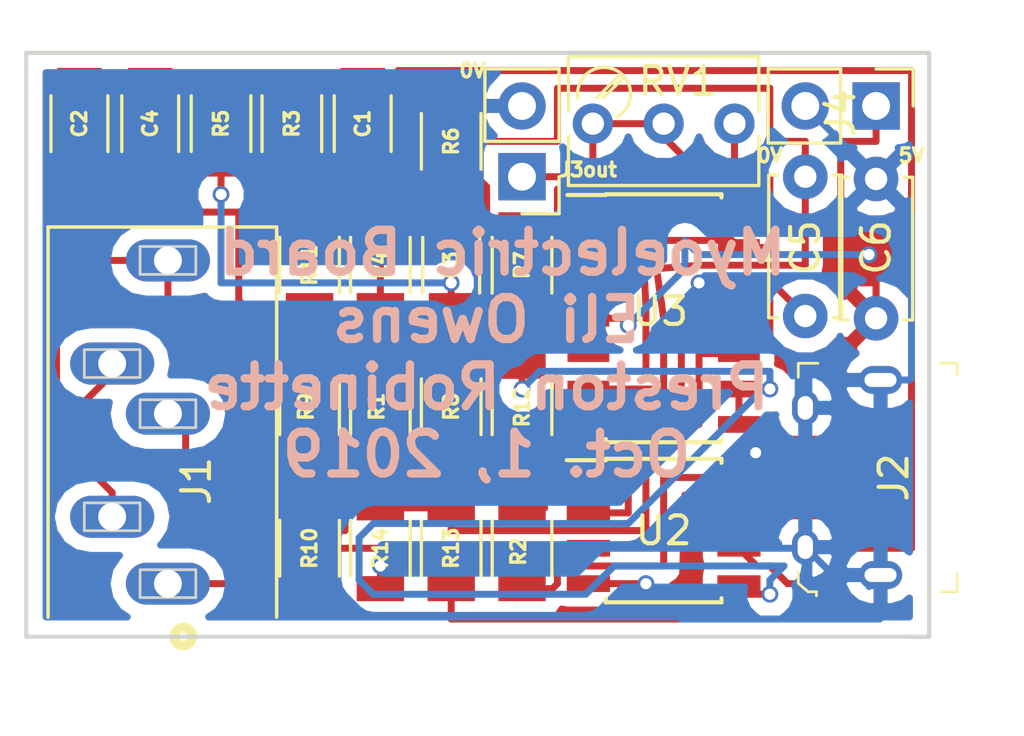
<source format=kicad_pcb>
(kicad_pcb (version 4) (host pcbnew 4.0.7)

  (general
    (links 59)
    (no_connects 0)
    (area 195.78 114.18 232.865 140.930001)
    (thickness 1.6)
    (drawings 10)
    (tracks 261)
    (zones 0)
    (modules 27)
    (nets 25)
  )

  (page A4)
  (layers
    (0 F.Cu signal)
    (31 B.Cu signal)
    (32 B.Adhes user)
    (33 F.Adhes user)
    (34 B.Paste user)
    (35 F.Paste user)
    (36 B.SilkS user)
    (37 F.SilkS user)
    (38 B.Mask user)
    (39 F.Mask user)
    (40 Dwgs.User user)
    (41 Cmts.User user)
    (42 Eco1.User user)
    (43 Eco2.User user)
    (44 Edge.Cuts user)
    (45 Margin user)
    (46 B.CrtYd user)
    (47 F.CrtYd user)
    (48 B.Fab user)
    (49 F.Fab user)
  )

  (setup
    (last_trace_width 0.25)
    (trace_clearance 0.2)
    (zone_clearance 0.508)
    (zone_45_only no)
    (trace_min 0.2)
    (segment_width 0.2)
    (edge_width 0.15)
    (via_size 0.6)
    (via_drill 0.4)
    (via_min_size 0.4)
    (via_min_drill 0.3)
    (uvia_size 0.3)
    (uvia_drill 0.1)
    (uvias_allowed no)
    (uvia_min_size 0.2)
    (uvia_min_drill 0.1)
    (pcb_text_width 0.3)
    (pcb_text_size 1.5 1.5)
    (mod_edge_width 0.15)
    (mod_text_size 1 1)
    (mod_text_width 0.15)
    (pad_size 1.524 1.524)
    (pad_drill 0.762)
    (pad_to_mask_clearance 0.2)
    (aux_axis_origin 0 0)
    (visible_elements FFFEFFFF)
    (pcbplotparams
      (layerselection 0x00008_00000000)
      (usegerberextensions false)
      (excludeedgelayer true)
      (linewidth 0.100000)
      (plotframeref false)
      (viasonmask false)
      (mode 1)
      (useauxorigin false)
      (hpglpennumber 1)
      (hpglpenspeed 20)
      (hpglpendiameter 15)
      (hpglpenoverlay 2)
      (psnegative false)
      (psa4output false)
      (plotreference true)
      (plotvalue true)
      (plotinvisibletext false)
      (padsonsilk false)
      (subtractmaskfromsilk false)
      (outputformat 1)
      (mirror false)
      (drillshape 0)
      (scaleselection 1)
      (outputdirectory gerber/))
  )

  (net 0 "")
  (net 1 "Net-(C1-Pad1)")
  (net 2 "Net-(C1-Pad2)")
  (net 3 "Net-(C2-Pad1)")
  (net 4 "Net-(C2-Pad2)")
  (net 5 "Net-(C3-Pad1)")
  (net 6 "Net-(J1-Pad1)")
  (net 7 "Net-(J1-Pad2)")
  (net 8 "Net-(J1-Pad3)")
  (net 9 "Net-(J2-Pad3)")
  (net 10 "Net-(J2-Pad4)")
  (net 11 Earth)
  (net 12 "Net-(J2-Pad2)")
  (net 13 +5V)
  (net 14 "Net-(J3-Pad1)")
  (net 15 GND)
  (net 16 "Net-(R2-Pad1)")
  (net 17 "Net-(R2-Pad2)")
  (net 18 "Net-(R6-Pad1)")
  (net 19 "Net-(R8-Pad2)")
  (net 20 "Net-(R9-Pad2)")
  (net 21 "Net-(R10-Pad2)")
  (net 22 "Net-(C5-Pad2)")
  (net 23 "Net-(C5-Pad1)")
  (net 24 "Net-(R13-Pad1)")

  (net_class Default "This is the default net class."
    (clearance 0.2)
    (trace_width 0.25)
    (via_dia 0.6)
    (via_drill 0.4)
    (uvia_dia 0.3)
    (uvia_drill 0.1)
    (add_net +5V)
    (add_net Earth)
    (add_net GND)
    (add_net "Net-(C1-Pad1)")
    (add_net "Net-(C1-Pad2)")
    (add_net "Net-(C2-Pad1)")
    (add_net "Net-(C2-Pad2)")
    (add_net "Net-(C3-Pad1)")
    (add_net "Net-(C5-Pad1)")
    (add_net "Net-(C5-Pad2)")
    (add_net "Net-(J1-Pad1)")
    (add_net "Net-(J1-Pad2)")
    (add_net "Net-(J1-Pad3)")
    (add_net "Net-(J2-Pad2)")
    (add_net "Net-(J2-Pad3)")
    (add_net "Net-(J2-Pad4)")
    (add_net "Net-(J3-Pad1)")
    (add_net "Net-(R10-Pad2)")
    (add_net "Net-(R13-Pad1)")
    (add_net "Net-(R2-Pad1)")
    (add_net "Net-(R2-Pad2)")
    (add_net "Net-(R6-Pad1)")
    (add_net "Net-(R8-Pad2)")
    (add_net "Net-(R9-Pad2)")
  )

  (module SJ1-3535N:CUI_SJ1-3535N (layer F.Cu) (tedit 5CFE6CF7) (tstamp 5CE5C1FB)
    (at 201.93 135.255 90)
    (path /5CE5B7ED)
    (fp_text reference J1 (at 3.683 1.016 90) (layer F.SilkS)
      (effects (font (size 1.00133 1.00133) (thickness 0.15)))
    )
    (fp_text value Input (at 1.92438 4.8655 90) (layer F.SilkS) hide
      (effects (font (size 1.00176 1.00176) (thickness 0.05)))
    )
    (fp_line (start -0.5 -1) (end 0.5 -1) (layer Edge.Cuts) (width 0))
    (fp_line (start 0.5 -1) (end 0.5 1) (layer Edge.Cuts) (width 0))
    (fp_line (start 0.5 1) (end -0.5 1) (layer Edge.Cuts) (width 0))
    (fp_line (start -0.5 1) (end -0.5 -1) (layer Edge.Cuts) (width 0))
    (fp_line (start 1.9 -3) (end 2.9 -3) (layer Edge.Cuts) (width 0))
    (fp_line (start 2.9 -3) (end 2.9 -1) (layer Edge.Cuts) (width 0))
    (fp_line (start 2.9 -1) (end 1.9 -1) (layer Edge.Cuts) (width 0))
    (fp_line (start 1.9 -1) (end 1.9 -3) (layer Edge.Cuts) (width 0))
    (fp_line (start 5.6 -1) (end 6.6 -1) (layer Edge.Cuts) (width 0))
    (fp_line (start 6.6 -1) (end 6.6 1) (layer Edge.Cuts) (width 0))
    (fp_line (start 6.6 1) (end 5.6 1) (layer Edge.Cuts) (width 0))
    (fp_line (start 5.6 1) (end 5.6 -1) (layer Edge.Cuts) (width 0))
    (fp_line (start 7.4 -3) (end 8.4 -3) (layer Edge.Cuts) (width 0))
    (fp_line (start 8.4 -3) (end 8.4 -1) (layer Edge.Cuts) (width 0))
    (fp_line (start 8.4 -1) (end 7.4 -1) (layer Edge.Cuts) (width 0))
    (fp_line (start 7.4 -1) (end 7.4 -3) (layer Edge.Cuts) (width 0))
    (fp_line (start 11.1 -1) (end 12.1 -1) (layer Edge.Cuts) (width 0))
    (fp_line (start 12.1 -1) (end 12.1 1) (layer Edge.Cuts) (width 0))
    (fp_line (start 12.1 1) (end 11.1 1) (layer Edge.Cuts) (width 0))
    (fp_line (start 11.1 1) (end 11.1 -1) (layer Edge.Cuts) (width 0))
    (fp_line (start 12.8 3.9) (end -1.2 3.9) (layer Eco2.User) (width 0.127))
    (fp_line (start -1.2 3.9) (end -1.2 -0.1) (layer Eco2.User) (width 0.127))
    (fp_line (start -1.2 -0.1) (end -5.2 -0.1) (layer Eco2.User) (width 0.127))
    (fp_line (start -5.2 -0.1) (end -5.2 -3.7) (layer Eco2.User) (width 0.127))
    (fp_line (start -5.2 -3.7) (end -1.2 -3.7) (layer Eco2.User) (width 0.127))
    (fp_line (start -1.2 -3.7) (end -1.2 -4.3) (layer Eco2.User) (width 0.127))
    (fp_line (start -1.2 -4.3) (end 12.8 -4.3) (layer Eco2.User) (width 0.127))
    (fp_line (start 12.8 -4.3) (end 12.8 3.9) (layer Eco2.User) (width 0.127))
    (fp_line (start -1.2 -4.3) (end 12.8 -4.3) (layer F.SilkS) (width 0.127))
    (fp_line (start 12.8 -4.3) (end 12.8 3.9) (layer F.SilkS) (width 0.127))
    (fp_line (start 12.8 3.9) (end -1.2 3.9) (layer F.SilkS) (width 0.127))
    (fp_circle (center -1.9 0.55) (end -1.75 0.55) (layer F.SilkS) (width 0.35))
    (fp_line (start -1.45 -4.55) (end 13.05 -4.55) (layer Eco1.User) (width 0.05))
    (fp_line (start 13.05 -4.55) (end 13.05 4.15) (layer Eco1.User) (width 0.05))
    (fp_line (start 13.05 4.15) (end -1.45 4.15) (layer Eco1.User) (width 0.05))
    (fp_line (start -1.45 4.15) (end -1.45 0.15) (layer Eco1.User) (width 0.05))
    (fp_line (start -1.45 0.15) (end -5.45 0.15) (layer Eco1.User) (width 0.05))
    (fp_line (start -5.45 0.15) (end -5.45 -3.95) (layer Eco1.User) (width 0.05))
    (fp_line (start -5.45 -3.95) (end -1.45 -3.95) (layer Eco1.User) (width 0.05))
    (fp_line (start -1.45 -3.95) (end -1.45 -4.55) (layer Eco1.User) (width 0.05))
    (pad 1 thru_hole oval (at 0 0) (size 3.016 1.508) (drill 1) (layers *.Cu *.Mask)
      (net 6 "Net-(J1-Pad1)"))
    (pad 2 thru_hole oval (at 2.4 -2) (size 3.016 1.508) (drill 1) (layers *.Cu *.Mask)
      (net 7 "Net-(J1-Pad2)"))
    (pad 5 thru_hole oval (at 6.1 0) (size 3.016 1.508) (drill 1) (layers *.Cu *.Mask)
      (net 8 "Net-(J1-Pad3)"))
    (pad 3 thru_hole oval (at 7.9 -2) (size 3.016 1.508) (drill 1) (layers *.Cu *.Mask)
      (net 8 "Net-(J1-Pad3)"))
    (pad 4 thru_hole oval (at 11.6 0) (size 3.016 1.508) (drill 1) (layers *.Cu *.Mask)
      (net 7 "Net-(J1-Pad2)"))
  )

  (module USB:USB_Micro_B_Female_10118194-0001LF (layer F.Cu) (tedit 5D8CC393) (tstamp 5CE5C21C)
    (at 224.79 131.445 90)
    (descr http://portal.fciconnect.com/Comergent//fci/drawing/10118194.pdf)
    (path /5CE5A934)
    (fp_text reference J2 (at 0 3.175 90) (layer F.SilkS)
      (effects (font (size 1 1) (thickness 0.15)))
    )
    (fp_text value Power (at 0 7 90) (layer F.Fab)
      (effects (font (size 1 1) (thickness 0.15)))
    )
    (fp_line (start 4.5 5.75) (end 4.5 -1) (layer F.CrtYd) (width 0.05))
    (fp_line (start -4.5 5.75) (end 4.5 5.75) (layer F.CrtYd) (width 0.05))
    (fp_line (start -4.5 5.75) (end -4.5 -1) (layer F.CrtYd) (width 0.05))
    (fp_line (start -4.5 -1) (end 4.5 -1) (layer F.CrtYd) (width 0.05))
    (fp_line (start -4.1 4.9) (end -4.1 5.45) (layer F.SilkS) (width 0.1))
    (fp_line (start -4.1 5.45) (end -3.45 5.45) (layer F.SilkS) (width 0.1))
    (fp_line (start 4.1 4.85) (end 4.1 5.45) (layer F.SilkS) (width 0.1))
    (fp_line (start 4.1 5.45) (end 3.7 5.45) (layer F.SilkS) (width 0.1))
    (fp_line (start 3.6 -0.25) (end 4.1 -0.25) (layer F.SilkS) (width 0.1))
    (fp_line (start 4.1 -0.25) (end 4.1 0.45) (layer F.SilkS) (width 0.1))
    (fp_line (start -3.35 -0.25) (end -3.8 -0.25) (layer F.SilkS) (width 0.1))
    (fp_line (start -3.8 -0.25) (end -4.1 0.1) (layer F.SilkS) (width 0.1))
    (fp_line (start -4.1 0.1) (end -4.1 0.4) (layer F.SilkS) (width 0.1))
    (fp_line (start -4.1 0.4) (end -4.25 0.4) (layer F.SilkS) (width 0.1))
    (fp_line (start -4.03 5.38) (end -4.02 0.23) (layer F.Fab) (width 0.1))
    (fp_line (start 4.02 -0.15) (end -3.71 -0.15) (layer F.Fab) (width 0.1))
    (fp_line (start -4.02 0.23) (end -3.71 -0.15) (layer F.Fab) (width 0.1))
    (fp_text user %R (at 0 2.84 90) (layer F.Fab)
      (effects (font (size 1 1) (thickness 0.15)))
    )
    (fp_line (start -4.025 5.38) (end 4.025 5.38) (layer F.Fab) (width 0.1))
    (fp_line (start 4.025 5.38) (end 4.025 -0.15) (layer F.Fab) (width 0.1))
    (pad 3 smd rect (at 0 0 90) (size 0.4 1.35) (layers F.Cu F.Paste F.Mask)
      (net 9 "Net-(J2-Pad3)"))
    (pad 4 smd rect (at 0.65 0 90) (size 0.4 1.35) (layers F.Cu F.Paste F.Mask)
      (net 10 "Net-(J2-Pad4)"))
    (pad 5 smd rect (at 1.3 0 90) (size 0.4 1.35) (layers F.Cu F.Paste F.Mask)
      (net 11 Earth))
    (pad 2 smd rect (at -0.65 0 90) (size 0.4 1.35) (layers F.Cu F.Paste F.Mask)
      (net 12 "Net-(J2-Pad2)"))
    (pad 1 smd rect (at -1.3 0 90) (size 0.4 1.35) (layers F.Cu F.Paste F.Mask)
      (net 13 +5V))
    (pad SH thru_hole oval (at 2.5 0 90) (size 1.25 0.95) (drill oval 0.85 0.55) (layers *.Cu *.Mask)
      (net 11 Earth))
    (pad SH thru_hole oval (at -2.5 0 90) (size 1.25 0.95) (drill oval 0.85 0.55) (layers *.Cu *.Mask)
      (net 11 Earth))
    (pad SH thru_hole oval (at -3.5 2.7 90) (size 1 1.55) (drill oval 0.5 1.15) (layers *.Cu *.Mask)
      (net 11 Earth))
    (pad SH thru_hole oval (at 3.5 2.7 90) (size 1 1.55) (drill oval 0.5 1.15) (layers *.Cu *.Mask)
      (net 11 Earth))
  )

  (module Pin_Headers:Pin_Header_Straight_1x02_Pitch2.54mm (layer F.Cu) (tedit 5D935BAE) (tstamp 5CE5C222)
    (at 214.63 120.65 180)
    (descr "Through hole straight pin header, 1x02, 2.54mm pitch, single row")
    (tags "Through hole pin header THT 1x02 2.54mm single row")
    (path /5CE50ABC)
    (fp_text reference J3 (at -1.778 0.254 180) (layer F.SilkS)
      (effects (font (size 0.5 0.5) (thickness 0.125)))
    )
    (fp_text value Output (at 0 4.87 180) (layer F.Fab)
      (effects (font (size 1 1) (thickness 0.15)))
    )
    (fp_line (start -0.635 -1.27) (end 1.27 -1.27) (layer F.Fab) (width 0.1))
    (fp_line (start 1.27 -1.27) (end 1.27 3.81) (layer F.Fab) (width 0.1))
    (fp_line (start 1.27 3.81) (end -1.27 3.81) (layer F.Fab) (width 0.1))
    (fp_line (start -1.27 3.81) (end -1.27 -0.635) (layer F.Fab) (width 0.1))
    (fp_line (start -1.27 -0.635) (end -0.635 -1.27) (layer F.Fab) (width 0.1))
    (fp_line (start -1.33 3.87) (end 1.33 3.87) (layer F.SilkS) (width 0.12))
    (fp_line (start -1.33 1.27) (end -1.33 3.87) (layer F.SilkS) (width 0.12))
    (fp_line (start 1.33 1.27) (end 1.33 3.87) (layer F.SilkS) (width 0.12))
    (fp_line (start -1.33 1.27) (end 1.33 1.27) (layer F.SilkS) (width 0.12))
    (fp_line (start -1.33 0) (end -1.33 -1.33) (layer F.SilkS) (width 0.12))
    (fp_line (start -1.33 -1.33) (end 0 -1.33) (layer F.SilkS) (width 0.12))
    (fp_line (start -1.8 -1.8) (end -1.8 4.35) (layer F.CrtYd) (width 0.05))
    (fp_line (start -1.8 4.35) (end 1.8 4.35) (layer F.CrtYd) (width 0.05))
    (fp_line (start 1.8 4.35) (end 1.8 -1.8) (layer F.CrtYd) (width 0.05))
    (fp_line (start 1.8 -1.8) (end -1.8 -1.8) (layer F.CrtYd) (width 0.05))
    (fp_text user %R (at 0 1.27 270) (layer F.Fab)
      (effects (font (size 1 1) (thickness 0.15)))
    )
    (pad 1 thru_hole rect (at 0 0 180) (size 1.7 1.7) (drill 1) (layers *.Cu *.Mask)
      (net 14 "Net-(J3-Pad1)"))
    (pad 2 thru_hole oval (at 0 2.54 180) (size 1.7 1.7) (drill 1) (layers *.Cu *.Mask)
      (net 11 Earth))
    (model ${KISYS3DMOD}/Pin_Headers.3dshapes/Pin_Header_Straight_1x02_Pitch2.54mm.wrl
      (at (xyz 0 0 0))
      (scale (xyz 1 1 1))
      (rotate (xyz 0 0 0))
    )
  )

  (module Resistors_SMD:R_1206 (layer F.Cu) (tedit 5CFE6B22) (tstamp 5CE5C228)
    (at 209.55 128.905 270)
    (descr "Resistor SMD 1206, reflow soldering, Vishay (see dcrcw.pdf)")
    (tags "resistor 1206")
    (path /5CE4DB75)
    (attr smd)
    (fp_text reference R1 (at 0 0.127 270) (layer F.SilkS)
      (effects (font (size 0.5 0.5) (thickness 0.125)))
    )
    (fp_text value 1k (at 0 1.95 270) (layer F.Fab)
      (effects (font (size 1 1) (thickness 0.15)))
    )
    (fp_text user %R (at 0 0 270) (layer F.Fab)
      (effects (font (size 0.7 0.7) (thickness 0.105)))
    )
    (fp_line (start -1.6 0.8) (end -1.6 -0.8) (layer F.Fab) (width 0.1))
    (fp_line (start 1.6 0.8) (end -1.6 0.8) (layer F.Fab) (width 0.1))
    (fp_line (start 1.6 -0.8) (end 1.6 0.8) (layer F.Fab) (width 0.1))
    (fp_line (start -1.6 -0.8) (end 1.6 -0.8) (layer F.Fab) (width 0.1))
    (fp_line (start 1 1.07) (end -1 1.07) (layer F.SilkS) (width 0.12))
    (fp_line (start -1 -1.07) (end 1 -1.07) (layer F.SilkS) (width 0.12))
    (fp_line (start -2.15 -1.11) (end 2.15 -1.11) (layer F.CrtYd) (width 0.05))
    (fp_line (start -2.15 -1.11) (end -2.15 1.1) (layer F.CrtYd) (width 0.05))
    (fp_line (start 2.15 1.1) (end 2.15 -1.11) (layer F.CrtYd) (width 0.05))
    (fp_line (start 2.15 1.1) (end -2.15 1.1) (layer F.CrtYd) (width 0.05))
    (pad 1 smd rect (at -1.45 0 270) (size 0.9 1.7) (layers F.Cu F.Paste F.Mask)
      (net 15 GND))
    (pad 2 smd rect (at 1.45 0 270) (size 0.9 1.7) (layers F.Cu F.Paste F.Mask)
      (net 6 "Net-(J1-Pad1)"))
    (model ${KISYS3DMOD}/Resistors_SMD.3dshapes/R_1206.wrl
      (at (xyz 0 0 0))
      (scale (xyz 1 1 1))
      (rotate (xyz 0 0 0))
    )
  )

  (module Resistors_SMD:R_1206 (layer F.Cu) (tedit 5CFE6B33) (tstamp 5CE5C22E)
    (at 214.63 133.985 90)
    (descr "Resistor SMD 1206, reflow soldering, Vishay (see dcrcw.pdf)")
    (tags "resistor 1206")
    (path /5CE49EEF)
    (attr smd)
    (fp_text reference R2 (at -0.127 -0.127 90) (layer F.SilkS)
      (effects (font (size 0.5 0.5) (thickness 0.125)))
    )
    (fp_text value 100R (at 0 1.95 90) (layer F.Fab)
      (effects (font (size 1 1) (thickness 0.15)))
    )
    (fp_text user %R (at 0 0 90) (layer F.Fab)
      (effects (font (size 0.7 0.7) (thickness 0.105)))
    )
    (fp_line (start -1.6 0.8) (end -1.6 -0.8) (layer F.Fab) (width 0.1))
    (fp_line (start 1.6 0.8) (end -1.6 0.8) (layer F.Fab) (width 0.1))
    (fp_line (start 1.6 -0.8) (end 1.6 0.8) (layer F.Fab) (width 0.1))
    (fp_line (start -1.6 -0.8) (end 1.6 -0.8) (layer F.Fab) (width 0.1))
    (fp_line (start 1 1.07) (end -1 1.07) (layer F.SilkS) (width 0.12))
    (fp_line (start -1 -1.07) (end 1 -1.07) (layer F.SilkS) (width 0.12))
    (fp_line (start -2.15 -1.11) (end 2.15 -1.11) (layer F.CrtYd) (width 0.05))
    (fp_line (start -2.15 -1.11) (end -2.15 1.1) (layer F.CrtYd) (width 0.05))
    (fp_line (start 2.15 1.1) (end 2.15 -1.11) (layer F.CrtYd) (width 0.05))
    (fp_line (start 2.15 1.1) (end -2.15 1.1) (layer F.CrtYd) (width 0.05))
    (pad 1 smd rect (at -1.45 0 90) (size 0.9 1.7) (layers F.Cu F.Paste F.Mask)
      (net 16 "Net-(R2-Pad1)"))
    (pad 2 smd rect (at 1.45 0 90) (size 0.9 1.7) (layers F.Cu F.Paste F.Mask)
      (net 17 "Net-(R2-Pad2)"))
    (model ${KISYS3DMOD}/Resistors_SMD.3dshapes/R_1206.wrl
      (at (xyz 0 0 0))
      (scale (xyz 1 1 1))
      (rotate (xyz 0 0 0))
    )
  )

  (module Resistors_SMD:R_1206 (layer F.Cu) (tedit 5CFE6B3E) (tstamp 5CE5C234)
    (at 206.375 118.745 270)
    (descr "Resistor SMD 1206, reflow soldering, Vishay (see dcrcw.pdf)")
    (tags "resistor 1206")
    (path /5CE4930B)
    (attr smd)
    (fp_text reference R3 (at 0 0 270) (layer F.SilkS)
      (effects (font (size 0.5 0.5) (thickness 0.125)))
    )
    (fp_text value 270k (at 0 1.95 270) (layer F.Fab)
      (effects (font (size 1 1) (thickness 0.15)))
    )
    (fp_text user %R (at 0 0 270) (layer F.Fab)
      (effects (font (size 0.7 0.7) (thickness 0.105)))
    )
    (fp_line (start -1.6 0.8) (end -1.6 -0.8) (layer F.Fab) (width 0.1))
    (fp_line (start 1.6 0.8) (end -1.6 0.8) (layer F.Fab) (width 0.1))
    (fp_line (start 1.6 -0.8) (end 1.6 0.8) (layer F.Fab) (width 0.1))
    (fp_line (start -1.6 -0.8) (end 1.6 -0.8) (layer F.Fab) (width 0.1))
    (fp_line (start 1 1.07) (end -1 1.07) (layer F.SilkS) (width 0.12))
    (fp_line (start -1 -1.07) (end 1 -1.07) (layer F.SilkS) (width 0.12))
    (fp_line (start -2.15 -1.11) (end 2.15 -1.11) (layer F.CrtYd) (width 0.05))
    (fp_line (start -2.15 -1.11) (end -2.15 1.1) (layer F.CrtYd) (width 0.05))
    (fp_line (start 2.15 1.1) (end 2.15 -1.11) (layer F.CrtYd) (width 0.05))
    (fp_line (start 2.15 1.1) (end -2.15 1.1) (layer F.CrtYd) (width 0.05))
    (pad 1 smd rect (at -1.45 0 270) (size 0.9 1.7) (layers F.Cu F.Paste F.Mask)
      (net 3 "Net-(C2-Pad1)"))
    (pad 2 smd rect (at 1.45 0 270) (size 0.9 1.7) (layers F.Cu F.Paste F.Mask)
      (net 2 "Net-(C1-Pad2)"))
    (model ${KISYS3DMOD}/Resistors_SMD.3dshapes/R_1206.wrl
      (at (xyz 0 0 0))
      (scale (xyz 1 1 1))
      (rotate (xyz 0 0 0))
    )
  )

  (module Resistors_SMD:R_1206 (layer F.Cu) (tedit 5CFE6B9B) (tstamp 5CE5C23A)
    (at 209.55 123.825 90)
    (descr "Resistor SMD 1206, reflow soldering, Vishay (see dcrcw.pdf)")
    (tags "resistor 1206")
    (path /5CE4959D)
    (attr smd)
    (fp_text reference R4 (at 0 0 90) (layer F.SilkS)
      (effects (font (size 0.5 0.5) (thickness 0.125)))
    )
    (fp_text value 270k (at 0 1.95 90) (layer F.Fab)
      (effects (font (size 1 1) (thickness 0.15)))
    )
    (fp_text user %R (at 0 0 90) (layer F.Fab)
      (effects (font (size 0.7 0.7) (thickness 0.105)))
    )
    (fp_line (start -1.6 0.8) (end -1.6 -0.8) (layer F.Fab) (width 0.1))
    (fp_line (start 1.6 0.8) (end -1.6 0.8) (layer F.Fab) (width 0.1))
    (fp_line (start 1.6 -0.8) (end 1.6 0.8) (layer F.Fab) (width 0.1))
    (fp_line (start -1.6 -0.8) (end 1.6 -0.8) (layer F.Fab) (width 0.1))
    (fp_line (start 1 1.07) (end -1 1.07) (layer F.SilkS) (width 0.12))
    (fp_line (start -1 -1.07) (end 1 -1.07) (layer F.SilkS) (width 0.12))
    (fp_line (start -2.15 -1.11) (end 2.15 -1.11) (layer F.CrtYd) (width 0.05))
    (fp_line (start -2.15 -1.11) (end -2.15 1.1) (layer F.CrtYd) (width 0.05))
    (fp_line (start 2.15 1.1) (end 2.15 -1.11) (layer F.CrtYd) (width 0.05))
    (fp_line (start 2.15 1.1) (end -2.15 1.1) (layer F.CrtYd) (width 0.05))
    (pad 1 smd rect (at -1.45 0 90) (size 0.9 1.7) (layers F.Cu F.Paste F.Mask)
      (net 4 "Net-(C2-Pad2)"))
    (pad 2 smd rect (at 1.45 0 90) (size 0.9 1.7) (layers F.Cu F.Paste F.Mask)
      (net 1 "Net-(C1-Pad1)"))
    (model ${KISYS3DMOD}/Resistors_SMD.3dshapes/R_1206.wrl
      (at (xyz 0 0 0))
      (scale (xyz 1 1 1))
      (rotate (xyz 0 0 0))
    )
  )

  (module Resistors_SMD:R_1206 (layer F.Cu) (tedit 5CFE6B4A) (tstamp 5CE5C240)
    (at 203.835 118.745 90)
    (descr "Resistor SMD 1206, reflow soldering, Vishay (see dcrcw.pdf)")
    (tags "resistor 1206")
    (path /5CE494A3)
    (attr smd)
    (fp_text reference R5 (at 0 0 90) (layer F.SilkS)
      (effects (font (size 0.5 0.5) (thickness 0.125)))
    )
    (fp_text value 270k (at 0 1.95 90) (layer F.Fab)
      (effects (font (size 1 1) (thickness 0.15)))
    )
    (fp_text user %R (at 0 0 90) (layer F.Fab)
      (effects (font (size 0.7 0.7) (thickness 0.105)))
    )
    (fp_line (start -1.6 0.8) (end -1.6 -0.8) (layer F.Fab) (width 0.1))
    (fp_line (start 1.6 0.8) (end -1.6 0.8) (layer F.Fab) (width 0.1))
    (fp_line (start 1.6 -0.8) (end 1.6 0.8) (layer F.Fab) (width 0.1))
    (fp_line (start -1.6 -0.8) (end 1.6 -0.8) (layer F.Fab) (width 0.1))
    (fp_line (start 1 1.07) (end -1 1.07) (layer F.SilkS) (width 0.12))
    (fp_line (start -1 -1.07) (end 1 -1.07) (layer F.SilkS) (width 0.12))
    (fp_line (start -2.15 -1.11) (end 2.15 -1.11) (layer F.CrtYd) (width 0.05))
    (fp_line (start -2.15 -1.11) (end -2.15 1.1) (layer F.CrtYd) (width 0.05))
    (fp_line (start 2.15 1.1) (end 2.15 -1.11) (layer F.CrtYd) (width 0.05))
    (fp_line (start 2.15 1.1) (end -2.15 1.1) (layer F.CrtYd) (width 0.05))
    (pad 1 smd rect (at -1.45 0 90) (size 0.9 1.7) (layers F.Cu F.Paste F.Mask)
      (net 5 "Net-(C3-Pad1)"))
    (pad 2 smd rect (at 1.45 0 90) (size 0.9 1.7) (layers F.Cu F.Paste F.Mask)
      (net 3 "Net-(C2-Pad1)"))
    (model ${KISYS3DMOD}/Resistors_SMD.3dshapes/R_1206.wrl
      (at (xyz 0 0 0))
      (scale (xyz 1 1 1))
      (rotate (xyz 0 0 0))
    )
  )

  (module Resistors_SMD:R_1206 (layer F.Cu) (tedit 5CFE6B78) (tstamp 5CE5C246)
    (at 212.09 119.38 90)
    (descr "Resistor SMD 1206, reflow soldering, Vishay (see dcrcw.pdf)")
    (tags "resistor 1206")
    (path /5CE4A022)
    (attr smd)
    (fp_text reference R6 (at 0 0 90) (layer F.SilkS)
      (effects (font (size 0.5 0.5) (thickness 0.125)))
    )
    (fp_text value 1k (at 0 1.95 90) (layer F.Fab)
      (effects (font (size 1 1) (thickness 0.15)))
    )
    (fp_text user %R (at 0 0 90) (layer F.Fab)
      (effects (font (size 0.7 0.7) (thickness 0.105)))
    )
    (fp_line (start -1.6 0.8) (end -1.6 -0.8) (layer F.Fab) (width 0.1))
    (fp_line (start 1.6 0.8) (end -1.6 0.8) (layer F.Fab) (width 0.1))
    (fp_line (start 1.6 -0.8) (end 1.6 0.8) (layer F.Fab) (width 0.1))
    (fp_line (start -1.6 -0.8) (end 1.6 -0.8) (layer F.Fab) (width 0.1))
    (fp_line (start 1 1.07) (end -1 1.07) (layer F.SilkS) (width 0.12))
    (fp_line (start -1 -1.07) (end 1 -1.07) (layer F.SilkS) (width 0.12))
    (fp_line (start -2.15 -1.11) (end 2.15 -1.11) (layer F.CrtYd) (width 0.05))
    (fp_line (start -2.15 -1.11) (end -2.15 1.1) (layer F.CrtYd) (width 0.05))
    (fp_line (start 2.15 1.1) (end 2.15 -1.11) (layer F.CrtYd) (width 0.05))
    (fp_line (start 2.15 1.1) (end -2.15 1.1) (layer F.CrtYd) (width 0.05))
    (pad 1 smd rect (at -1.45 0 90) (size 0.9 1.7) (layers F.Cu F.Paste F.Mask)
      (net 18 "Net-(R6-Pad1)"))
    (pad 2 smd rect (at 1.45 0 90) (size 0.9 1.7) (layers F.Cu F.Paste F.Mask)
      (net 23 "Net-(C5-Pad1)"))
    (model ${KISYS3DMOD}/Resistors_SMD.3dshapes/R_1206.wrl
      (at (xyz 0 0 0))
      (scale (xyz 1 1 1))
      (rotate (xyz 0 0 0))
    )
  )

  (module Resistors_SMD:R_1206 (layer F.Cu) (tedit 5CFE6B7F) (tstamp 5CE5C24C)
    (at 214.63 123.825 90)
    (descr "Resistor SMD 1206, reflow soldering, Vishay (see dcrcw.pdf)")
    (tags "resistor 1206")
    (path /5CE4A0A7)
    (attr smd)
    (fp_text reference R7 (at 0 0 90) (layer F.SilkS)
      (effects (font (size 0.5 0.5) (thickness 0.125)))
    )
    (fp_text value 10k (at 0 1.95 90) (layer F.Fab)
      (effects (font (size 1 1) (thickness 0.15)))
    )
    (fp_text user %R (at 0 0 90) (layer F.Fab)
      (effects (font (size 0.7 0.7) (thickness 0.105)))
    )
    (fp_line (start -1.6 0.8) (end -1.6 -0.8) (layer F.Fab) (width 0.1))
    (fp_line (start 1.6 0.8) (end -1.6 0.8) (layer F.Fab) (width 0.1))
    (fp_line (start 1.6 -0.8) (end 1.6 0.8) (layer F.Fab) (width 0.1))
    (fp_line (start -1.6 -0.8) (end 1.6 -0.8) (layer F.Fab) (width 0.1))
    (fp_line (start 1 1.07) (end -1 1.07) (layer F.SilkS) (width 0.12))
    (fp_line (start -1 -1.07) (end 1 -1.07) (layer F.SilkS) (width 0.12))
    (fp_line (start -2.15 -1.11) (end 2.15 -1.11) (layer F.CrtYd) (width 0.05))
    (fp_line (start -2.15 -1.11) (end -2.15 1.1) (layer F.CrtYd) (width 0.05))
    (fp_line (start 2.15 1.1) (end 2.15 -1.11) (layer F.CrtYd) (width 0.05))
    (fp_line (start 2.15 1.1) (end -2.15 1.1) (layer F.CrtYd) (width 0.05))
    (pad 1 smd rect (at -1.45 0 90) (size 0.9 1.7) (layers F.Cu F.Paste F.Mask)
      (net 15 GND))
    (pad 2 smd rect (at 1.45 0 90) (size 0.9 1.7) (layers F.Cu F.Paste F.Mask)
      (net 18 "Net-(R6-Pad1)"))
    (model ${KISYS3DMOD}/Resistors_SMD.3dshapes/R_1206.wrl
      (at (xyz 0 0 0))
      (scale (xyz 1 1 1))
      (rotate (xyz 0 0 0))
    )
  )

  (module Resistors_SMD:R_1206 (layer F.Cu) (tedit 5CFE6B6D) (tstamp 5CE5C252)
    (at 212.09 128.905 270)
    (descr "Resistor SMD 1206, reflow soldering, Vishay (see dcrcw.pdf)")
    (tags "resistor 1206")
    (path /5CE4B0F8)
    (attr smd)
    (fp_text reference R8 (at 0 0 270) (layer F.SilkS)
      (effects (font (size 0.5 0.5) (thickness 0.125)))
    )
    (fp_text value 10k (at 0 1.95 270) (layer F.Fab)
      (effects (font (size 1 1) (thickness 0.15)))
    )
    (fp_text user %R (at 0 0 270) (layer F.Fab)
      (effects (font (size 0.7 0.7) (thickness 0.105)))
    )
    (fp_line (start -1.6 0.8) (end -1.6 -0.8) (layer F.Fab) (width 0.1))
    (fp_line (start 1.6 0.8) (end -1.6 0.8) (layer F.Fab) (width 0.1))
    (fp_line (start 1.6 -0.8) (end 1.6 0.8) (layer F.Fab) (width 0.1))
    (fp_line (start -1.6 -0.8) (end 1.6 -0.8) (layer F.Fab) (width 0.1))
    (fp_line (start 1 1.07) (end -1 1.07) (layer F.SilkS) (width 0.12))
    (fp_line (start -1 -1.07) (end 1 -1.07) (layer F.SilkS) (width 0.12))
    (fp_line (start -2.15 -1.11) (end 2.15 -1.11) (layer F.CrtYd) (width 0.05))
    (fp_line (start -2.15 -1.11) (end -2.15 1.1) (layer F.CrtYd) (width 0.05))
    (fp_line (start 2.15 1.1) (end 2.15 -1.11) (layer F.CrtYd) (width 0.05))
    (fp_line (start 2.15 1.1) (end -2.15 1.1) (layer F.CrtYd) (width 0.05))
    (pad 1 smd rect (at -1.45 0 270) (size 0.9 1.7) (layers F.Cu F.Paste F.Mask)
      (net 15 GND))
    (pad 2 smd rect (at 1.45 0 270) (size 0.9 1.7) (layers F.Cu F.Paste F.Mask)
      (net 19 "Net-(R8-Pad2)"))
    (model ${KISYS3DMOD}/Resistors_SMD.3dshapes/R_1206.wrl
      (at (xyz 0 0 0))
      (scale (xyz 1 1 1))
      (rotate (xyz 0 0 0))
    )
  )

  (module Resistors_SMD:R_1206 (layer F.Cu) (tedit 5CFE6A7B) (tstamp 5CE5C258)
    (at 207.01 128.905 270)
    (descr "Resistor SMD 1206, reflow soldering, Vishay (see dcrcw.pdf)")
    (tags "resistor 1206")
    (path /5CE5C103)
    (attr smd)
    (fp_text reference R9 (at 0 0.127 270) (layer F.SilkS)
      (effects (font (size 0.5 0.5) (thickness 0.125)))
    )
    (fp_text value 1k (at 0 1.95 270) (layer F.Fab)
      (effects (font (size 1 1) (thickness 0.15)))
    )
    (fp_text user %R (at 0 0 270) (layer F.Fab) hide
      (effects (font (size 0.7 0.7) (thickness 0.105)))
    )
    (fp_line (start -1.6 0.8) (end -1.6 -0.8) (layer F.Fab) (width 0.1))
    (fp_line (start 1.6 0.8) (end -1.6 0.8) (layer F.Fab) (width 0.1))
    (fp_line (start 1.6 -0.8) (end 1.6 0.8) (layer F.Fab) (width 0.1))
    (fp_line (start -1.6 -0.8) (end 1.6 -0.8) (layer F.Fab) (width 0.1))
    (fp_line (start 1 1.07) (end -1 1.07) (layer F.SilkS) (width 0.12))
    (fp_line (start -1 -1.07) (end 1 -1.07) (layer F.SilkS) (width 0.12))
    (fp_line (start -2.15 -1.11) (end 2.15 -1.11) (layer F.CrtYd) (width 0.05))
    (fp_line (start -2.15 -1.11) (end -2.15 1.1) (layer F.CrtYd) (width 0.05))
    (fp_line (start 2.15 1.1) (end 2.15 -1.11) (layer F.CrtYd) (width 0.05))
    (fp_line (start 2.15 1.1) (end -2.15 1.1) (layer F.CrtYd) (width 0.05))
    (pad 1 smd rect (at -1.45 0 270) (size 0.9 1.7) (layers F.Cu F.Paste F.Mask)
      (net 7 "Net-(J1-Pad2)"))
    (pad 2 smd rect (at 1.45 0 270) (size 0.9 1.7) (layers F.Cu F.Paste F.Mask)
      (net 20 "Net-(R9-Pad2)"))
    (model ${KISYS3DMOD}/Resistors_SMD.3dshapes/R_1206.wrl
      (at (xyz 0 0 0))
      (scale (xyz 1 1 1))
      (rotate (xyz 0 0 0))
    )
  )

  (module Resistors_SMD:R_1206 (layer F.Cu) (tedit 5CFE6B07) (tstamp 5CE5C25E)
    (at 207.01 133.985 270)
    (descr "Resistor SMD 1206, reflow soldering, Vishay (see dcrcw.pdf)")
    (tags "resistor 1206")
    (path /5CE5C1DB)
    (attr smd)
    (fp_text reference R10 (at 0 0 270) (layer F.SilkS)
      (effects (font (size 0.5 0.5) (thickness 0.125)))
    )
    (fp_text value 1k (at 0 1.95 270) (layer F.Fab)
      (effects (font (size 1 1) (thickness 0.15)))
    )
    (fp_text user %R (at 0 0 270) (layer F.Fab)
      (effects (font (size 0.7 0.7) (thickness 0.105)))
    )
    (fp_line (start -1.6 0.8) (end -1.6 -0.8) (layer F.Fab) (width 0.1))
    (fp_line (start 1.6 0.8) (end -1.6 0.8) (layer F.Fab) (width 0.1))
    (fp_line (start 1.6 -0.8) (end 1.6 0.8) (layer F.Fab) (width 0.1))
    (fp_line (start -1.6 -0.8) (end 1.6 -0.8) (layer F.Fab) (width 0.1))
    (fp_line (start 1 1.07) (end -1 1.07) (layer F.SilkS) (width 0.12))
    (fp_line (start -1 -1.07) (end 1 -1.07) (layer F.SilkS) (width 0.12))
    (fp_line (start -2.15 -1.11) (end 2.15 -1.11) (layer F.CrtYd) (width 0.05))
    (fp_line (start -2.15 -1.11) (end -2.15 1.1) (layer F.CrtYd) (width 0.05))
    (fp_line (start 2.15 1.1) (end 2.15 -1.11) (layer F.CrtYd) (width 0.05))
    (fp_line (start 2.15 1.1) (end -2.15 1.1) (layer F.CrtYd) (width 0.05))
    (pad 1 smd rect (at -1.45 0 270) (size 0.9 1.7) (layers F.Cu F.Paste F.Mask)
      (net 8 "Net-(J1-Pad3)"))
    (pad 2 smd rect (at 1.45 0 270) (size 0.9 1.7) (layers F.Cu F.Paste F.Mask)
      (net 21 "Net-(R10-Pad2)"))
    (model ${KISYS3DMOD}/Resistors_SMD.3dshapes/R_1206.wrl
      (at (xyz 0 0 0))
      (scale (xyz 1 1 1))
      (rotate (xyz 0 0 0))
    )
  )

  (module Resistors_SMD:R_1206 (layer F.Cu) (tedit 5CFE6BA6) (tstamp 5CE5C264)
    (at 207.01 123.825 90)
    (descr "Resistor SMD 1206, reflow soldering, Vishay (see dcrcw.pdf)")
    (tags "resistor 1206")
    (path /5CE5CFD0)
    (attr smd)
    (fp_text reference R11 (at 0 0 90) (layer F.SilkS)
      (effects (font (size 0.5 0.5) (thickness 0.125)))
    )
    (fp_text value 270k (at 0 1.95 90) (layer F.Fab)
      (effects (font (size 1 1) (thickness 0.15)))
    )
    (fp_text user %R (at 0 0 90) (layer F.Fab)
      (effects (font (size 0.7 0.7) (thickness 0.105)))
    )
    (fp_line (start -1.6 0.8) (end -1.6 -0.8) (layer F.Fab) (width 0.1))
    (fp_line (start 1.6 0.8) (end -1.6 0.8) (layer F.Fab) (width 0.1))
    (fp_line (start 1.6 -0.8) (end 1.6 0.8) (layer F.Fab) (width 0.1))
    (fp_line (start -1.6 -0.8) (end 1.6 -0.8) (layer F.Fab) (width 0.1))
    (fp_line (start 1 1.07) (end -1 1.07) (layer F.SilkS) (width 0.12))
    (fp_line (start -1 -1.07) (end 1 -1.07) (layer F.SilkS) (width 0.12))
    (fp_line (start -2.15 -1.11) (end 2.15 -1.11) (layer F.CrtYd) (width 0.05))
    (fp_line (start -2.15 -1.11) (end -2.15 1.1) (layer F.CrtYd) (width 0.05))
    (fp_line (start 2.15 1.1) (end 2.15 -1.11) (layer F.CrtYd) (width 0.05))
    (fp_line (start 2.15 1.1) (end -2.15 1.1) (layer F.CrtYd) (width 0.05))
    (pad 1 smd rect (at -1.45 0 90) (size 0.9 1.7) (layers F.Cu F.Paste F.Mask)
      (net 4 "Net-(C2-Pad2)"))
    (pad 2 smd rect (at 1.45 0 90) (size 0.9 1.7) (layers F.Cu F.Paste F.Mask)
      (net 1 "Net-(C1-Pad1)"))
    (model ${KISYS3DMOD}/Resistors_SMD.3dshapes/R_1206.wrl
      (at (xyz 0 0 0))
      (scale (xyz 1 1 1))
      (rotate (xyz 0 0 0))
    )
  )

  (module Potentiometers:Potentiometer_Trimmer_Bourns_3266Y (layer F.Cu) (tedit 5CE5F8BA) (tstamp 5CE5C26B)
    (at 217.17 118.745 180)
    (descr "Spindle Trimmer Potentiometer, Bourns 3266Y, https://www.bourns.com/pdfs/3266.pdf")
    (tags "Spindle Trimmer Potentiometer   Bourns 3266Y")
    (path /5CE4AEA6)
    (fp_text reference RV1 (at -3.048 1.524 180) (layer F.SilkS)
      (effects (font (size 1 1) (thickness 0.15)))
    )
    (fp_text value 100k (at -2.54 3.59 180) (layer F.Fab)
      (effects (font (size 1 1) (thickness 0.15)))
    )
    (fp_arc (start -0.405 1.07) (end -0.405 2.02) (angle -100) (layer F.SilkS) (width 0.12))
    (fp_arc (start -0.405 1.07) (end -0.879 0.248) (angle -151) (layer F.SilkS) (width 0.12))
    (fp_circle (center -0.405 1.07) (end 0.485 1.07) (layer F.Fab) (width 0.1))
    (fp_line (start -5.895 -2.16) (end -5.895 2.34) (layer F.Fab) (width 0.1))
    (fp_line (start -5.895 2.34) (end 0.815 2.34) (layer F.Fab) (width 0.1))
    (fp_line (start 0.815 2.34) (end 0.815 -2.16) (layer F.Fab) (width 0.1))
    (fp_line (start 0.815 -2.16) (end -5.895 -2.16) (layer F.Fab) (width 0.1))
    (fp_line (start 0.27 0.504) (end -0.971 1.745) (layer F.Fab) (width 0.1))
    (fp_line (start 0.162 0.396) (end -1.08 1.637) (layer F.Fab) (width 0.1))
    (fp_line (start -5.955 -2.22) (end 0.875 -2.22) (layer F.SilkS) (width 0.12))
    (fp_line (start -5.955 2.4) (end 0.875 2.4) (layer F.SilkS) (width 0.12))
    (fp_line (start -5.955 -2.22) (end -5.955 -0.465) (layer F.SilkS) (width 0.12))
    (fp_line (start -5.955 0.466) (end -5.955 2.4) (layer F.SilkS) (width 0.12))
    (fp_line (start 0.875 -2.22) (end 0.875 -0.465) (layer F.SilkS) (width 0.12))
    (fp_line (start 0.875 0.466) (end 0.875 2.4) (layer F.SilkS) (width 0.12))
    (fp_line (start -0.135 0.916) (end -1.009 1.791) (layer F.SilkS) (width 0.12))
    (fp_line (start -0.37 0.92) (end -1.125 1.675) (layer F.SilkS) (width 0.12))
    (fp_line (start -6.15 -2.45) (end -6.15 2.6) (layer F.CrtYd) (width 0.05))
    (fp_line (start -6.15 2.6) (end 1.1 2.6) (layer F.CrtYd) (width 0.05))
    (fp_line (start 1.1 2.6) (end 1.1 -2.45) (layer F.CrtYd) (width 0.05))
    (fp_line (start 1.1 -2.45) (end -6.15 -2.45) (layer F.CrtYd) (width 0.05))
    (pad 1 thru_hole circle (at 0 0 180) (size 1.44 1.44) (drill 0.8) (layers *.Cu *.Mask)
      (net 14 "Net-(J3-Pad1)"))
    (pad 2 thru_hole circle (at -2.54 0 180) (size 1.44 1.44) (drill 0.8) (layers *.Cu *.Mask)
      (net 14 "Net-(J3-Pad1)"))
    (pad 3 thru_hole circle (at -5.08 0 180) (size 1.44 1.44) (drill 0.8) (layers *.Cu *.Mask)
      (net 19 "Net-(R8-Pad2)"))
    (model Potentiometers.3dshapes/Potentiometer_Trimmer_Bourns_3266Y.wrl
      (at (xyz 0 0 0))
      (scale (xyz 0.393701 0.393701 0.393701))
      (rotate (xyz 0 0 0))
    )
  )

  (module Housings_SOIC:SOIC-8_3.9x4.9mm_Pitch1.27mm (layer F.Cu) (tedit 5CE5F99F) (tstamp 5CE5C2B9)
    (at 219.71 133.35)
    (descr "8-Lead Plastic Small Outline (SN) - Narrow, 3.90 mm Body [SOIC] (see Microchip Packaging Specification 00000049BS.pdf)")
    (tags "SOIC 1.27")
    (path /5CE49206)
    (attr smd)
    (fp_text reference U2 (at 0 0) (layer F.SilkS)
      (effects (font (size 1 1) (thickness 0.15)))
    )
    (fp_text value AD623 (at 0 3.5) (layer F.Fab)
      (effects (font (size 1 1) (thickness 0.15)))
    )
    (fp_text user %R (at 0 0) (layer F.Fab)
      (effects (font (size 1 1) (thickness 0.15)))
    )
    (fp_line (start -0.95 -2.45) (end 1.95 -2.45) (layer F.Fab) (width 0.1))
    (fp_line (start 1.95 -2.45) (end 1.95 2.45) (layer F.Fab) (width 0.1))
    (fp_line (start 1.95 2.45) (end -1.95 2.45) (layer F.Fab) (width 0.1))
    (fp_line (start -1.95 2.45) (end -1.95 -1.45) (layer F.Fab) (width 0.1))
    (fp_line (start -1.95 -1.45) (end -0.95 -2.45) (layer F.Fab) (width 0.1))
    (fp_line (start -3.73 -2.7) (end -3.73 2.7) (layer F.CrtYd) (width 0.05))
    (fp_line (start 3.73 -2.7) (end 3.73 2.7) (layer F.CrtYd) (width 0.05))
    (fp_line (start -3.73 -2.7) (end 3.73 -2.7) (layer F.CrtYd) (width 0.05))
    (fp_line (start -3.73 2.7) (end 3.73 2.7) (layer F.CrtYd) (width 0.05))
    (fp_line (start -2.075 -2.575) (end -2.075 -2.525) (layer F.SilkS) (width 0.15))
    (fp_line (start 2.075 -2.575) (end 2.075 -2.43) (layer F.SilkS) (width 0.15))
    (fp_line (start 2.075 2.575) (end 2.075 2.43) (layer F.SilkS) (width 0.15))
    (fp_line (start -2.075 2.575) (end -2.075 2.43) (layer F.SilkS) (width 0.15))
    (fp_line (start -2.075 -2.575) (end 2.075 -2.575) (layer F.SilkS) (width 0.15))
    (fp_line (start -2.075 2.575) (end 2.075 2.575) (layer F.SilkS) (width 0.15))
    (fp_line (start -2.075 -2.525) (end -3.475 -2.525) (layer F.SilkS) (width 0.15))
    (pad 1 smd rect (at -2.7 -1.905) (size 1.55 0.6) (layers F.Cu F.Paste F.Mask)
      (net 17 "Net-(R2-Pad2)"))
    (pad 2 smd rect (at -2.7 -0.635) (size 1.55 0.6) (layers F.Cu F.Paste F.Mask)
      (net 20 "Net-(R9-Pad2)"))
    (pad 3 smd rect (at -2.7 0.635) (size 1.55 0.6) (layers F.Cu F.Paste F.Mask)
      (net 21 "Net-(R10-Pad2)"))
    (pad 4 smd rect (at -2.7 1.905) (size 1.55 0.6) (layers F.Cu F.Paste F.Mask)
      (net 11 Earth))
    (pad 5 smd rect (at 2.7 1.905) (size 1.55 0.6) (layers F.Cu F.Paste F.Mask)
      (net 15 GND))
    (pad 6 smd rect (at 2.7 0.635) (size 1.55 0.6) (layers F.Cu F.Paste F.Mask)
      (net 2 "Net-(C1-Pad2)"))
    (pad 7 smd rect (at 2.7 -0.635) (size 1.55 0.6) (layers F.Cu F.Paste F.Mask)
      (net 13 +5V))
    (pad 8 smd rect (at 2.7 -1.905) (size 1.55 0.6) (layers F.Cu F.Paste F.Mask)
      (net 16 "Net-(R2-Pad1)"))
    (model ${KISYS3DMOD}/Housings_SOIC.3dshapes/SOIC-8_3.9x4.9mm_Pitch1.27mm.wrl
      (at (xyz 0 0 0))
      (scale (xyz 1 1 1))
      (rotate (xyz 0 0 0))
    )
  )

  (module Housings_SOIC:SOIC-14_3.9x8.7mm_Pitch1.27mm (layer F.Cu) (tedit 5CE5F8DA) (tstamp 5CE5C2CB)
    (at 219.71 125.73)
    (descr "14-Lead Plastic Small Outline (SL) - Narrow, 3.90 mm Body [SOIC] (see Microchip Packaging Specification 00000049BS.pdf)")
    (tags "SOIC 1.27")
    (path /5CE4963B)
    (attr smd)
    (fp_text reference U3 (at -0.127 -0.254) (layer F.SilkS)
      (effects (font (size 1 1) (thickness 0.15)))
    )
    (fp_text value LMV324 (at 0 5.375) (layer F.Fab)
      (effects (font (size 1 1) (thickness 0.15)))
    )
    (fp_text user %R (at 0 0) (layer F.Fab)
      (effects (font (size 0.9 0.9) (thickness 0.135)))
    )
    (fp_line (start -0.95 -4.35) (end 1.95 -4.35) (layer F.Fab) (width 0.15))
    (fp_line (start 1.95 -4.35) (end 1.95 4.35) (layer F.Fab) (width 0.15))
    (fp_line (start 1.95 4.35) (end -1.95 4.35) (layer F.Fab) (width 0.15))
    (fp_line (start -1.95 4.35) (end -1.95 -3.35) (layer F.Fab) (width 0.15))
    (fp_line (start -1.95 -3.35) (end -0.95 -4.35) (layer F.Fab) (width 0.15))
    (fp_line (start -3.7 -4.65) (end -3.7 4.65) (layer F.CrtYd) (width 0.05))
    (fp_line (start 3.7 -4.65) (end 3.7 4.65) (layer F.CrtYd) (width 0.05))
    (fp_line (start -3.7 -4.65) (end 3.7 -4.65) (layer F.CrtYd) (width 0.05))
    (fp_line (start -3.7 4.65) (end 3.7 4.65) (layer F.CrtYd) (width 0.05))
    (fp_line (start -2.075 -4.45) (end -2.075 -4.425) (layer F.SilkS) (width 0.15))
    (fp_line (start 2.075 -4.45) (end 2.075 -4.335) (layer F.SilkS) (width 0.15))
    (fp_line (start 2.075 4.45) (end 2.075 4.335) (layer F.SilkS) (width 0.15))
    (fp_line (start -2.075 4.45) (end -2.075 4.335) (layer F.SilkS) (width 0.15))
    (fp_line (start -2.075 -4.45) (end 2.075 -4.45) (layer F.SilkS) (width 0.15))
    (fp_line (start -2.075 4.45) (end 2.075 4.45) (layer F.SilkS) (width 0.15))
    (fp_line (start -2.075 -4.425) (end -3.45 -4.425) (layer F.SilkS) (width 0.15))
    (pad 1 smd rect (at -2.7 -3.81) (size 1.5 0.6) (layers F.Cu F.Paste F.Mask)
      (net 4 "Net-(C2-Pad2)"))
    (pad 2 smd rect (at -2.7 -2.54) (size 1.5 0.6) (layers F.Cu F.Paste F.Mask)
      (net 4 "Net-(C2-Pad2)"))
    (pad 3 smd rect (at -2.7 -1.27) (size 1.5 0.6) (layers F.Cu F.Paste F.Mask)
      (net 18 "Net-(R6-Pad1)"))
    (pad 4 smd rect (at -2.7 0) (size 1.5 0.6) (layers F.Cu F.Paste F.Mask)
      (net 13 +5V))
    (pad 5 smd rect (at -2.7 1.27) (size 1.5 0.6) (layers F.Cu F.Paste F.Mask)
      (net 5 "Net-(C3-Pad1)"))
    (pad 6 smd rect (at -2.7 2.54) (size 1.5 0.6) (layers F.Cu F.Paste F.Mask)
      (net 23 "Net-(C5-Pad1)"))
    (pad 7 smd rect (at -2.7 3.81) (size 1.5 0.6) (layers F.Cu F.Paste F.Mask)
      (net 23 "Net-(C5-Pad1)"))
    (pad 8 smd rect (at 2.7 3.81) (size 1.5 0.6) (layers F.Cu F.Paste F.Mask)
      (net 15 GND))
    (pad 9 smd rect (at 2.7 2.54) (size 1.5 0.6) (layers F.Cu F.Paste F.Mask)
      (net 15 GND))
    (pad 10 smd rect (at 2.7 1.27) (size 1.5 0.6) (layers F.Cu F.Paste F.Mask)
      (net 24 "Net-(R13-Pad1)"))
    (pad 11 smd rect (at 2.7 0) (size 1.5 0.6) (layers F.Cu F.Paste F.Mask)
      (net 11 Earth))
    (pad 12 smd rect (at 2.7 -1.27) (size 1.5 0.6) (layers F.Cu F.Paste F.Mask)
      (net 22 "Net-(C5-Pad2)"))
    (pad 13 smd rect (at 2.7 -2.54) (size 1.5 0.6) (layers F.Cu F.Paste F.Mask)
      (net 19 "Net-(R8-Pad2)"))
    (pad 14 smd rect (at 2.7 -3.81) (size 1.5 0.6) (layers F.Cu F.Paste F.Mask)
      (net 14 "Net-(J3-Pad1)"))
    (model ${KISYS3DMOD}/Housings_SOIC.3dshapes/SOIC-14_3.9x8.7mm_Pitch1.27mm.wrl
      (at (xyz 0 0 0))
      (scale (xyz 1 1 1))
      (rotate (xyz 0 0 0))
    )
  )

  (module Resistors_SMD:R_1206 (layer F.Cu) (tedit 5CFE6B65) (tstamp 5CE5CA0E)
    (at 214.63 128.905 90)
    (descr "Resistor SMD 1206, reflow soldering, Vishay (see dcrcw.pdf)")
    (tags "resistor 1206")
    (path /5CE5E2E5)
    (attr smd)
    (fp_text reference R12 (at 0 0 90) (layer F.SilkS)
      (effects (font (size 0.5 0.5) (thickness 0.125)))
    )
    (fp_text value 1M (at 0 1.95 90) (layer F.Fab)
      (effects (font (size 1 1) (thickness 0.15)))
    )
    (fp_text user %R (at 0 0 90) (layer F.Fab)
      (effects (font (size 0.7 0.7) (thickness 0.105)))
    )
    (fp_line (start -1.6 0.8) (end -1.6 -0.8) (layer F.Fab) (width 0.1))
    (fp_line (start 1.6 0.8) (end -1.6 0.8) (layer F.Fab) (width 0.1))
    (fp_line (start 1.6 -0.8) (end 1.6 0.8) (layer F.Fab) (width 0.1))
    (fp_line (start -1.6 -0.8) (end 1.6 -0.8) (layer F.Fab) (width 0.1))
    (fp_line (start 1 1.07) (end -1 1.07) (layer F.SilkS) (width 0.12))
    (fp_line (start -1 -1.07) (end 1 -1.07) (layer F.SilkS) (width 0.12))
    (fp_line (start -2.15 -1.11) (end 2.15 -1.11) (layer F.CrtYd) (width 0.05))
    (fp_line (start -2.15 -1.11) (end -2.15 1.1) (layer F.CrtYd) (width 0.05))
    (fp_line (start 2.15 1.1) (end 2.15 -1.11) (layer F.CrtYd) (width 0.05))
    (fp_line (start 2.15 1.1) (end -2.15 1.1) (layer F.CrtYd) (width 0.05))
    (pad 1 smd rect (at -1.45 0 90) (size 0.9 1.7) (layers F.Cu F.Paste F.Mask)
      (net 22 "Net-(C5-Pad2)"))
    (pad 2 smd rect (at 1.45 0 90) (size 0.9 1.7) (layers F.Cu F.Paste F.Mask)
      (net 15 GND))
    (model ${KISYS3DMOD}/Resistors_SMD.3dshapes/R_1206.wrl
      (at (xyz 0 0 0))
      (scale (xyz 1 1 1))
      (rotate (xyz 0 0 0))
    )
  )

  (module Capacitors_SMD:C_1206 (layer F.Cu) (tedit 5CFE6BAF) (tstamp 5CE5EC8B)
    (at 208.915 118.745 270)
    (descr "Capacitor SMD 1206, reflow soldering, AVX (see smccp.pdf)")
    (tags "capacitor 1206")
    (path /5CE494F0)
    (attr smd)
    (fp_text reference C1 (at 0 0 270) (layer F.SilkS)
      (effects (font (size 0.5 0.5) (thickness 0.125)))
    )
    (fp_text value 10nF (at 0 2 270) (layer F.Fab)
      (effects (font (size 1 1) (thickness 0.15)))
    )
    (fp_text user %R (at 0 -1.75 270) (layer F.Fab)
      (effects (font (size 1 1) (thickness 0.15)))
    )
    (fp_line (start -1.6 0.8) (end -1.6 -0.8) (layer F.Fab) (width 0.1))
    (fp_line (start 1.6 0.8) (end -1.6 0.8) (layer F.Fab) (width 0.1))
    (fp_line (start 1.6 -0.8) (end 1.6 0.8) (layer F.Fab) (width 0.1))
    (fp_line (start -1.6 -0.8) (end 1.6 -0.8) (layer F.Fab) (width 0.1))
    (fp_line (start 1 -1.02) (end -1 -1.02) (layer F.SilkS) (width 0.12))
    (fp_line (start -1 1.02) (end 1 1.02) (layer F.SilkS) (width 0.12))
    (fp_line (start -2.25 -1.05) (end 2.25 -1.05) (layer F.CrtYd) (width 0.05))
    (fp_line (start -2.25 -1.05) (end -2.25 1.05) (layer F.CrtYd) (width 0.05))
    (fp_line (start 2.25 1.05) (end 2.25 -1.05) (layer F.CrtYd) (width 0.05))
    (fp_line (start 2.25 1.05) (end -2.25 1.05) (layer F.CrtYd) (width 0.05))
    (pad 1 smd rect (at -1.5 0 270) (size 1 1.6) (layers F.Cu F.Paste F.Mask)
      (net 1 "Net-(C1-Pad1)"))
    (pad 2 smd rect (at 1.5 0 270) (size 1 1.6) (layers F.Cu F.Paste F.Mask)
      (net 2 "Net-(C1-Pad2)"))
    (model Capacitors_SMD.3dshapes/C_1206.wrl
      (at (xyz 0 0 0))
      (scale (xyz 1 1 1))
      (rotate (xyz 0 0 0))
    )
  )

  (module Capacitors_SMD:C_1206 (layer F.Cu) (tedit 5CFE6BB7) (tstamp 5CE5EC90)
    (at 198.755 118.745 270)
    (descr "Capacitor SMD 1206, reflow soldering, AVX (see smccp.pdf)")
    (tags "capacitor 1206")
    (path /5CE49336)
    (attr smd)
    (fp_text reference C2 (at 0 0 270) (layer F.SilkS)
      (effects (font (size 0.5 0.5) (thickness 0.125)))
    )
    (fp_text value 10nF (at 0 2 270) (layer F.Fab)
      (effects (font (size 1 1) (thickness 0.15)))
    )
    (fp_text user %R (at 0 -1.75 270) (layer F.Fab)
      (effects (font (size 1 1) (thickness 0.15)))
    )
    (fp_line (start -1.6 0.8) (end -1.6 -0.8) (layer F.Fab) (width 0.1))
    (fp_line (start 1.6 0.8) (end -1.6 0.8) (layer F.Fab) (width 0.1))
    (fp_line (start 1.6 -0.8) (end 1.6 0.8) (layer F.Fab) (width 0.1))
    (fp_line (start -1.6 -0.8) (end 1.6 -0.8) (layer F.Fab) (width 0.1))
    (fp_line (start 1 -1.02) (end -1 -1.02) (layer F.SilkS) (width 0.12))
    (fp_line (start -1 1.02) (end 1 1.02) (layer F.SilkS) (width 0.12))
    (fp_line (start -2.25 -1.05) (end 2.25 -1.05) (layer F.CrtYd) (width 0.05))
    (fp_line (start -2.25 -1.05) (end -2.25 1.05) (layer F.CrtYd) (width 0.05))
    (fp_line (start 2.25 1.05) (end 2.25 -1.05) (layer F.CrtYd) (width 0.05))
    (fp_line (start 2.25 1.05) (end -2.25 1.05) (layer F.CrtYd) (width 0.05))
    (pad 1 smd rect (at -1.5 0 270) (size 1 1.6) (layers F.Cu F.Paste F.Mask)
      (net 3 "Net-(C2-Pad1)"))
    (pad 2 smd rect (at 1.5 0 270) (size 1 1.6) (layers F.Cu F.Paste F.Mask)
      (net 4 "Net-(C2-Pad2)"))
    (model Capacitors_SMD.3dshapes/C_1206.wrl
      (at (xyz 0 0 0))
      (scale (xyz 1 1 1))
      (rotate (xyz 0 0 0))
    )
  )

  (module Capacitors_SMD:C_1206 (layer F.Cu) (tedit 5CFE6B92) (tstamp 5CE5EC95)
    (at 212.09 123.825 90)
    (descr "Capacitor SMD 1206, reflow soldering, AVX (see smccp.pdf)")
    (tags "capacitor 1206")
    (path /5CE49531)
    (attr smd)
    (fp_text reference C3 (at 0 0 90) (layer F.SilkS)
      (effects (font (size 0.5 0.5) (thickness 0.125)))
    )
    (fp_text value 10nF' (at 0 2 90) (layer F.Fab)
      (effects (font (size 1 1) (thickness 0.15)))
    )
    (fp_text user %R (at 0 -1.75 90) (layer F.Fab)
      (effects (font (size 1 1) (thickness 0.15)))
    )
    (fp_line (start -1.6 0.8) (end -1.6 -0.8) (layer F.Fab) (width 0.1))
    (fp_line (start 1.6 0.8) (end -1.6 0.8) (layer F.Fab) (width 0.1))
    (fp_line (start 1.6 -0.8) (end 1.6 0.8) (layer F.Fab) (width 0.1))
    (fp_line (start -1.6 -0.8) (end 1.6 -0.8) (layer F.Fab) (width 0.1))
    (fp_line (start 1 -1.02) (end -1 -1.02) (layer F.SilkS) (width 0.12))
    (fp_line (start -1 1.02) (end 1 1.02) (layer F.SilkS) (width 0.12))
    (fp_line (start -2.25 -1.05) (end 2.25 -1.05) (layer F.CrtYd) (width 0.05))
    (fp_line (start -2.25 -1.05) (end -2.25 1.05) (layer F.CrtYd) (width 0.05))
    (fp_line (start 2.25 1.05) (end 2.25 -1.05) (layer F.CrtYd) (width 0.05))
    (fp_line (start 2.25 1.05) (end -2.25 1.05) (layer F.CrtYd) (width 0.05))
    (pad 1 smd rect (at -1.5 0 90) (size 1 1.6) (layers F.Cu F.Paste F.Mask)
      (net 5 "Net-(C3-Pad1)"))
    (pad 2 smd rect (at 1.5 0 90) (size 1 1.6) (layers F.Cu F.Paste F.Mask)
      (net 1 "Net-(C1-Pad1)"))
    (model Capacitors_SMD.3dshapes/C_1206.wrl
      (at (xyz 0 0 0))
      (scale (xyz 1 1 1))
      (rotate (xyz 0 0 0))
    )
  )

  (module Capacitors_SMD:C_1206 (layer F.Cu) (tedit 5CFE6BCC) (tstamp 5CE5EC9A)
    (at 201.295 118.745 270)
    (descr "Capacitor SMD 1206, reflow soldering, AVX (see smccp.pdf)")
    (tags "capacitor 1206")
    (path /5CE5D032)
    (attr smd)
    (fp_text reference C4 (at 0 0 270) (layer F.SilkS)
      (effects (font (size 0.5 0.5) (thickness 0.125)))
    )
    (fp_text value 10nF (at 0 2 270) (layer F.Fab)
      (effects (font (size 1 1) (thickness 0.15)))
    )
    (fp_text user %R (at 0 -1.75 270) (layer F.Fab)
      (effects (font (size 1 1) (thickness 0.15)))
    )
    (fp_line (start -1.6 0.8) (end -1.6 -0.8) (layer F.Fab) (width 0.1))
    (fp_line (start 1.6 0.8) (end -1.6 0.8) (layer F.Fab) (width 0.1))
    (fp_line (start 1.6 -0.8) (end 1.6 0.8) (layer F.Fab) (width 0.1))
    (fp_line (start -1.6 -0.8) (end 1.6 -0.8) (layer F.Fab) (width 0.1))
    (fp_line (start 1 -1.02) (end -1 -1.02) (layer F.SilkS) (width 0.12))
    (fp_line (start -1 1.02) (end 1 1.02) (layer F.SilkS) (width 0.12))
    (fp_line (start -2.25 -1.05) (end 2.25 -1.05) (layer F.CrtYd) (width 0.05))
    (fp_line (start -2.25 -1.05) (end -2.25 1.05) (layer F.CrtYd) (width 0.05))
    (fp_line (start 2.25 1.05) (end 2.25 -1.05) (layer F.CrtYd) (width 0.05))
    (fp_line (start 2.25 1.05) (end -2.25 1.05) (layer F.CrtYd) (width 0.05))
    (pad 1 smd rect (at -1.5 0 270) (size 1 1.6) (layers F.Cu F.Paste F.Mask)
      (net 3 "Net-(C2-Pad1)"))
    (pad 2 smd rect (at 1.5 0 270) (size 1 1.6) (layers F.Cu F.Paste F.Mask)
      (net 4 "Net-(C2-Pad2)"))
    (model Capacitors_SMD.3dshapes/C_1206.wrl
      (at (xyz 0 0 0))
      (scale (xyz 1 1 1))
      (rotate (xyz 0 0 0))
    )
  )

  (module Capacitors_THT:C_Disc_D5.0mm_W2.5mm_P5.00mm (layer F.Cu) (tedit 5CE5F8C0) (tstamp 5CE5EC9F)
    (at 224.79 120.65 270)
    (descr "C, Disc series, Radial, pin pitch=5.00mm, , diameter*width=5*2.5mm^2, Capacitor, http://cdn-reichelt.de/documents/datenblatt/B300/DS_KERKO_TC.pdf")
    (tags "C Disc series Radial pin pitch 5.00mm  diameter 5mm width 2.5mm Capacitor")
    (path /5CE5E526)
    (fp_text reference C5 (at 2.54 0 270) (layer F.SilkS)
      (effects (font (size 1 1) (thickness 0.15)))
    )
    (fp_text value 1uF (at 2.5 2.56 270) (layer F.Fab)
      (effects (font (size 1 1) (thickness 0.15)))
    )
    (fp_line (start 0 -1.25) (end 0 1.25) (layer F.Fab) (width 0.1))
    (fp_line (start 0 1.25) (end 5 1.25) (layer F.Fab) (width 0.1))
    (fp_line (start 5 1.25) (end 5 -1.25) (layer F.Fab) (width 0.1))
    (fp_line (start 5 -1.25) (end 0 -1.25) (layer F.Fab) (width 0.1))
    (fp_line (start -0.06 -1.31) (end 5.06 -1.31) (layer F.SilkS) (width 0.12))
    (fp_line (start -0.06 1.31) (end 5.06 1.31) (layer F.SilkS) (width 0.12))
    (fp_line (start -0.06 -1.31) (end -0.06 -0.996) (layer F.SilkS) (width 0.12))
    (fp_line (start -0.06 0.996) (end -0.06 1.31) (layer F.SilkS) (width 0.12))
    (fp_line (start 5.06 -1.31) (end 5.06 -0.996) (layer F.SilkS) (width 0.12))
    (fp_line (start 5.06 0.996) (end 5.06 1.31) (layer F.SilkS) (width 0.12))
    (fp_line (start -1.05 -1.6) (end -1.05 1.6) (layer F.CrtYd) (width 0.05))
    (fp_line (start -1.05 1.6) (end 6.05 1.6) (layer F.CrtYd) (width 0.05))
    (fp_line (start 6.05 1.6) (end 6.05 -1.6) (layer F.CrtYd) (width 0.05))
    (fp_line (start 6.05 -1.6) (end -1.05 -1.6) (layer F.CrtYd) (width 0.05))
    (fp_text user %R (at 2.5 0 450) (layer F.Fab)
      (effects (font (size 1 1) (thickness 0.15)))
    )
    (pad 1 thru_hole circle (at 0 0 270) (size 1.6 1.6) (drill 0.8) (layers *.Cu *.Mask)
      (net 23 "Net-(C5-Pad1)"))
    (pad 2 thru_hole circle (at 5 0 270) (size 1.6 1.6) (drill 0.8) (layers *.Cu *.Mask)
      (net 22 "Net-(C5-Pad2)"))
    (model ${KISYS3DMOD}/Capacitors_THT.3dshapes/C_Disc_D5.0mm_W2.5mm_P5.00mm.wrl
      (at (xyz 0 0 0))
      (scale (xyz 1 1 1))
      (rotate (xyz 0 0 0))
    )
  )

  (module Capacitors_THT:C_Disc_D5.0mm_W2.5mm_P5.00mm (layer F.Cu) (tedit 5CE5F8B3) (tstamp 5CE5ECA9)
    (at 227.33 125.73 90)
    (descr "C, Disc series, Radial, pin pitch=5.00mm, , diameter*width=5*2.5mm^2, Capacitor, http://cdn-reichelt.de/documents/datenblatt/B300/DS_KERKO_TC.pdf")
    (tags "C Disc series Radial pin pitch 5.00mm  diameter 5mm width 2.5mm Capacitor")
    (path /5CE60467)
    (fp_text reference C6 (at 2.54 0 90) (layer F.SilkS)
      (effects (font (size 1 1) (thickness 0.15)))
    )
    (fp_text value 0.1uF (at 2.5 2.56 90) (layer F.Fab)
      (effects (font (size 1 1) (thickness 0.15)))
    )
    (fp_line (start 0 -1.25) (end 0 1.25) (layer F.Fab) (width 0.1))
    (fp_line (start 0 1.25) (end 5 1.25) (layer F.Fab) (width 0.1))
    (fp_line (start 5 1.25) (end 5 -1.25) (layer F.Fab) (width 0.1))
    (fp_line (start 5 -1.25) (end 0 -1.25) (layer F.Fab) (width 0.1))
    (fp_line (start -0.06 -1.31) (end 5.06 -1.31) (layer F.SilkS) (width 0.12))
    (fp_line (start -0.06 1.31) (end 5.06 1.31) (layer F.SilkS) (width 0.12))
    (fp_line (start -0.06 -1.31) (end -0.06 -0.996) (layer F.SilkS) (width 0.12))
    (fp_line (start -0.06 0.996) (end -0.06 1.31) (layer F.SilkS) (width 0.12))
    (fp_line (start 5.06 -1.31) (end 5.06 -0.996) (layer F.SilkS) (width 0.12))
    (fp_line (start 5.06 0.996) (end 5.06 1.31) (layer F.SilkS) (width 0.12))
    (fp_line (start -1.05 -1.6) (end -1.05 1.6) (layer F.CrtYd) (width 0.05))
    (fp_line (start -1.05 1.6) (end 6.05 1.6) (layer F.CrtYd) (width 0.05))
    (fp_line (start 6.05 1.6) (end 6.05 -1.6) (layer F.CrtYd) (width 0.05))
    (fp_line (start 6.05 -1.6) (end -1.05 -1.6) (layer F.CrtYd) (width 0.05))
    (fp_text user %R (at 2.5 0 90) (layer F.Fab)
      (effects (font (size 1 1) (thickness 0.15)))
    )
    (pad 1 thru_hole circle (at 0 0 90) (size 1.6 1.6) (drill 0.8) (layers *.Cu *.Mask)
      (net 13 +5V))
    (pad 2 thru_hole circle (at 5 0 90) (size 1.6 1.6) (drill 0.8) (layers *.Cu *.Mask)
      (net 11 Earth))
    (model ${KISYS3DMOD}/Capacitors_THT.3dshapes/C_Disc_D5.0mm_W2.5mm_P5.00mm.wrl
      (at (xyz 0 0 0))
      (scale (xyz 1 1 1))
      (rotate (xyz 0 0 0))
    )
  )

  (module Resistors_SMD:R_1206 (layer F.Cu) (tedit 5CFE6B87) (tstamp 5CE5ECAF)
    (at 212.09 133.985 270)
    (descr "Resistor SMD 1206, reflow soldering, Vishay (see dcrcw.pdf)")
    (tags "resistor 1206")
    (path /5CE5FAE7)
    (attr smd)
    (fp_text reference R13 (at 0 0 270) (layer F.SilkS)
      (effects (font (size 0.5 0.5) (thickness 0.125)))
    )
    (fp_text value 10k (at 0 1.95 270) (layer F.Fab)
      (effects (font (size 1 1) (thickness 0.15)))
    )
    (fp_text user %R (at 0 0 270) (layer F.Fab)
      (effects (font (size 0.7 0.7) (thickness 0.105)))
    )
    (fp_line (start -1.6 0.8) (end -1.6 -0.8) (layer F.Fab) (width 0.1))
    (fp_line (start 1.6 0.8) (end -1.6 0.8) (layer F.Fab) (width 0.1))
    (fp_line (start 1.6 -0.8) (end 1.6 0.8) (layer F.Fab) (width 0.1))
    (fp_line (start -1.6 -0.8) (end 1.6 -0.8) (layer F.Fab) (width 0.1))
    (fp_line (start 1 1.07) (end -1 1.07) (layer F.SilkS) (width 0.12))
    (fp_line (start -1 -1.07) (end 1 -1.07) (layer F.SilkS) (width 0.12))
    (fp_line (start -2.15 -1.11) (end 2.15 -1.11) (layer F.CrtYd) (width 0.05))
    (fp_line (start -2.15 -1.11) (end -2.15 1.1) (layer F.CrtYd) (width 0.05))
    (fp_line (start 2.15 1.1) (end 2.15 -1.11) (layer F.CrtYd) (width 0.05))
    (fp_line (start 2.15 1.1) (end -2.15 1.1) (layer F.CrtYd) (width 0.05))
    (pad 1 smd rect (at -1.45 0 270) (size 0.9 1.7) (layers F.Cu F.Paste F.Mask)
      (net 24 "Net-(R13-Pad1)"))
    (pad 2 smd rect (at 1.45 0 270) (size 0.9 1.7) (layers F.Cu F.Paste F.Mask)
      (net 13 +5V))
    (model ${KISYS3DMOD}/Resistors_SMD.3dshapes/R_1206.wrl
      (at (xyz 0 0 0))
      (scale (xyz 1 1 1))
      (rotate (xyz 0 0 0))
    )
  )

  (module Resistors_SMD:R_1206 (layer F.Cu) (tedit 5CFE6B58) (tstamp 5CE5ECB5)
    (at 209.55 133.985 90)
    (descr "Resistor SMD 1206, reflow soldering, Vishay (see dcrcw.pdf)")
    (tags "resistor 1206")
    (path /5CE5FC87)
    (attr smd)
    (fp_text reference R14 (at 0 0 90) (layer F.SilkS)
      (effects (font (size 0.5 0.5) (thickness 0.125)))
    )
    (fp_text value 10k (at 0 1.95 90) (layer F.Fab)
      (effects (font (size 1 1) (thickness 0.15)))
    )
    (fp_text user %R (at 0 0 90) (layer F.Fab)
      (effects (font (size 0.7 0.7) (thickness 0.105)))
    )
    (fp_line (start -1.6 0.8) (end -1.6 -0.8) (layer F.Fab) (width 0.1))
    (fp_line (start 1.6 0.8) (end -1.6 0.8) (layer F.Fab) (width 0.1))
    (fp_line (start 1.6 -0.8) (end 1.6 0.8) (layer F.Fab) (width 0.1))
    (fp_line (start -1.6 -0.8) (end 1.6 -0.8) (layer F.Fab) (width 0.1))
    (fp_line (start 1 1.07) (end -1 1.07) (layer F.SilkS) (width 0.12))
    (fp_line (start -1 -1.07) (end 1 -1.07) (layer F.SilkS) (width 0.12))
    (fp_line (start -2.15 -1.11) (end 2.15 -1.11) (layer F.CrtYd) (width 0.05))
    (fp_line (start -2.15 -1.11) (end -2.15 1.1) (layer F.CrtYd) (width 0.05))
    (fp_line (start 2.15 1.1) (end 2.15 -1.11) (layer F.CrtYd) (width 0.05))
    (fp_line (start 2.15 1.1) (end -2.15 1.1) (layer F.CrtYd) (width 0.05))
    (pad 1 smd rect (at -1.45 0 90) (size 0.9 1.7) (layers F.Cu F.Paste F.Mask)
      (net 11 Earth))
    (pad 2 smd rect (at 1.45 0 90) (size 0.9 1.7) (layers F.Cu F.Paste F.Mask)
      (net 24 "Net-(R13-Pad1)"))
    (model ${KISYS3DMOD}/Resistors_SMD.3dshapes/R_1206.wrl
      (at (xyz 0 0 0))
      (scale (xyz 1 1 1))
      (rotate (xyz 0 0 0))
    )
  )

  (module Pin_Headers:Pin_Header_Straight_1x02_Pitch2.54mm (layer F.Cu) (tedit 5D9357F2) (tstamp 5CFE69A7)
    (at 227.33 118.11 270)
    (descr "Through hole straight pin header, 1x02, 2.54mm pitch, single row")
    (tags "Through hole pin header THT 1x02 2.54mm single row")
    (path /5CFE6BA6)
    (fp_text reference J4 (at 0.254 1.27 270) (layer F.SilkS)
      (effects (font (size 1 1) (thickness 0.15)))
    )
    (fp_text value Power (at 0 4.87 270) (layer F.Fab)
      (effects (font (size 1 1) (thickness 0.15)))
    )
    (fp_line (start -0.635 -1.27) (end 1.27 -1.27) (layer F.Fab) (width 0.1))
    (fp_line (start 1.27 -1.27) (end 1.27 3.81) (layer F.Fab) (width 0.1))
    (fp_line (start 1.27 3.81) (end -1.27 3.81) (layer F.Fab) (width 0.1))
    (fp_line (start -1.27 3.81) (end -1.27 -0.635) (layer F.Fab) (width 0.1))
    (fp_line (start -1.27 -0.635) (end -0.635 -1.27) (layer F.Fab) (width 0.1))
    (fp_line (start -1.33 3.87) (end 1.33 3.87) (layer F.SilkS) (width 0.12))
    (fp_line (start -1.33 1.27) (end -1.33 3.87) (layer F.SilkS) (width 0.12))
    (fp_line (start 1.33 1.27) (end 1.33 3.87) (layer F.SilkS) (width 0.12))
    (fp_line (start -1.33 1.27) (end 1.33 1.27) (layer F.SilkS) (width 0.12))
    (fp_line (start -1.33 0) (end -1.33 -1.33) (layer F.SilkS) (width 0.12))
    (fp_line (start -1.33 -1.33) (end 0 -1.33) (layer F.SilkS) (width 0.12))
    (fp_line (start -1.8 -1.8) (end -1.8 4.35) (layer F.CrtYd) (width 0.05))
    (fp_line (start -1.8 4.35) (end 1.8 4.35) (layer F.CrtYd) (width 0.05))
    (fp_line (start 1.8 4.35) (end 1.8 -1.8) (layer F.CrtYd) (width 0.05))
    (fp_line (start 1.8 -1.8) (end -1.8 -1.8) (layer F.CrtYd) (width 0.05))
    (fp_text user %R (at 0 1.27 360) (layer F.Fab)
      (effects (font (size 1 1) (thickness 0.15)))
    )
    (pad 1 thru_hole rect (at 0 0 270) (size 1.7 1.7) (drill 1) (layers *.Cu *.Mask)
      (net 13 +5V))
    (pad 2 thru_hole oval (at 0 2.54 270) (size 1.7 1.7) (drill 1) (layers *.Cu *.Mask)
      (net 11 Earth))
    (model ${KISYS3DMOD}/Pin_Headers.3dshapes/Pin_Header_Straight_1x02_Pitch2.54mm.wrl
      (at (xyz 0 0 0))
      (scale (xyz 1 1 1))
      (rotate (xyz 0 0 0))
    )
  )

  (gr_text 5V (at 228.6 119.888) (layer F.SilkS)
    (effects (font (size 0.5 0.5) (thickness 0.125)))
  )
  (gr_text 0V (at 223.52 119.888) (layer F.SilkS)
    (effects (font (size 0.5 0.5) (thickness 0.125)))
  )
  (gr_line (start 229.235 137.16) (end 228.6 137.16) (angle 90) (layer Edge.Cuts) (width 0.15))
  (gr_line (start 229.235 116.205) (end 229.235 137.16) (angle 90) (layer Edge.Cuts) (width 0.15))
  (gr_line (start 196.85 116.205) (end 196.85 137.16) (angle 90) (layer Edge.Cuts) (width 0.15))
  (gr_line (start 196.85 137.16) (end 229.235 137.16) (angle 90) (layer Edge.Cuts) (width 0.15))
  (gr_line (start 229.235 116.205) (end 196.85 116.205) (angle 90) (layer Edge.Cuts) (width 0.15))
  (gr_text "Myoelectric Board \nEli Owens\nPreston Robinette\nOct. 1, 2019" (at 213.36 127) (layer B.SilkS)
    (effects (font (size 1.5 1.5) (thickness 0.3)) (justify mirror))
  )
  (gr_text 0V (at 212.852 116.84) (layer F.SilkS)
    (effects (font (size 0.5 0.5) (thickness 0.125)))
  )
  (gr_text out (at 217.424 120.396) (layer F.SilkS)
    (effects (font (size 0.5 0.5) (thickness 0.125)))
  )

  (segment (start 205.105 118.11) (end 208.915 118.11) (width 0.25) (layer F.Cu) (net 1))
  (segment (start 209.55 121.285) (end 205.105 121.285) (width 0.25) (layer F.Cu) (net 1) (tstamp 5D90FF01))
  (segment (start 205.105 121.285) (end 205.105 118.11) (width 0.25) (layer F.Cu) (net 1) (tstamp 5D90FF02))
  (segment (start 209.55 122.375) (end 209.55 121.285) (width 0.25) (layer F.Cu) (net 1) (status 10))
  (segment (start 208.915 118.11) (end 208.915 117.245) (width 0.25) (layer F.Cu) (net 1) (tstamp 5D90FF0E))
  (segment (start 207.01 122.375) (end 209.55 122.375) (width 0.25) (layer F.Cu) (net 1) (status 20))
  (segment (start 208.965 117.295) (end 208.915 117.245) (width 0.25) (layer F.Cu) (net 1) (tstamp 5D90D2C4) (status 30))
  (segment (start 207.06 122.325) (end 207.01 122.375) (width 0.25) (layer F.Cu) (net 1) (tstamp 5D90D2A6) (status 30))
  (segment (start 208.965 117.295) (end 208.915 117.245) (width 0.25) (layer F.Cu) (net 1) (tstamp 5D90D2A3) (status 30))
  (segment (start 212.09 122.325) (end 209.6 122.325) (width 0.25) (layer F.Cu) (net 1) (status 10))
  (segment (start 209.6 122.325) (end 209.55 122.375) (width 0.25) (layer F.Cu) (net 1) (tstamp 5D90D2A0) (status 30))
  (segment (start 206.375 120.195) (end 208.865 120.195) (width 0.25) (layer F.Cu) (net 2))
  (segment (start 208.865 120.195) (end 208.915 120.245) (width 0.25) (layer F.Cu) (net 2) (tstamp 5D90FEEE))
  (segment (start 206.375 120.195) (end 206.375 118.745) (width 0.25) (layer F.Cu) (net 2))
  (segment (start 223.045 134.62) (end 222.41 133.985) (width 0.25) (layer F.Cu) (net 2) (tstamp 5D90FBB0))
  (segment (start 223.52 134.62) (end 223.045 134.62) (width 0.25) (layer F.Cu) (net 2) (tstamp 5D90FBAF))
  (segment (start 224.155 135.255) (end 223.52 134.62) (width 0.25) (layer F.Cu) (net 2) (tstamp 5D90FBAE))
  (segment (start 226.06 135.255) (end 224.155 135.255) (width 0.25) (layer F.Cu) (net 2) (tstamp 5D90FBAD))
  (segment (start 226.06 133.985) (end 226.06 135.255) (width 0.25) (layer F.Cu) (net 2) (tstamp 5D90FBAC))
  (segment (start 228.6 133.985) (end 226.06 133.985) (width 0.25) (layer F.Cu) (net 2) (tstamp 5D90FBA8))
  (segment (start 228.6 116.84) (end 228.6 133.985) (width 0.25) (layer F.Cu) (net 2) (tstamp 5D90FBA4))
  (segment (start 210.185 116.84) (end 228.6 116.84) (width 0.25) (layer F.Cu) (net 2) (tstamp 5D90FBA3))
  (segment (start 210.185 118.745) (end 210.185 116.84) (width 0.25) (layer F.Cu) (net 2) (tstamp 5D90FBA2))
  (segment (start 206.375 118.745) (end 210.185 118.745) (width 0.25) (layer F.Cu) (net 2) (tstamp 5D90FB9A))
  (segment (start 208.915 120.245) (end 208.915 120.65) (width 0.25) (layer F.Cu) (net 2) (status 30))
  (segment (start 206.375 117.295) (end 203.835 117.295) (width 0.25) (layer F.Cu) (net 3) (status 20))
  (segment (start 201.295 117.245) (end 206.325 117.245) (width 0.25) (layer F.Cu) (net 3) (status 20))
  (segment (start 206.325 117.245) (end 206.375 117.295) (width 0.25) (layer F.Cu) (net 3) (tstamp 5D90F961) (status 30))
  (segment (start 203.785 117.245) (end 203.835 117.295) (width 0.25) (layer F.Cu) (net 3) (tstamp 5D90D2CE) (status 30))
  (segment (start 198.755 117.245) (end 201.295 117.245) (width 0.25) (layer F.Cu) (net 3) (status 20))
  (segment (start 217.01 123.19) (end 209.55 123.19) (width 0.25) (layer F.Cu) (net 4))
  (segment (start 209.55 123.19) (end 209.55 125.275) (width 0.25) (layer F.Cu) (net 4) (tstamp 5D9110B4))
  (segment (start 207.01 125.275) (end 204.65 125.275) (width 0.25) (layer F.Cu) (net 4))
  (segment (start 198.755 121.285) (end 198.755 120.245) (width 0.25) (layer F.Cu) (net 4) (tstamp 5D91013E))
  (segment (start 198.12 121.92) (end 198.755 121.285) (width 0.25) (layer F.Cu) (net 4) (tstamp 5D91013C))
  (segment (start 204.47 121.92) (end 198.12 121.92) (width 0.25) (layer F.Cu) (net 4) (tstamp 5D91013A))
  (segment (start 204.47 125.095) (end 204.47 121.92) (width 0.25) (layer F.Cu) (net 4) (tstamp 5D910136))
  (segment (start 204.65 125.275) (end 204.47 125.095) (width 0.25) (layer F.Cu) (net 4) (tstamp 5D91012F))
  (segment (start 209.55 125.275) (end 207.01 125.275) (width 0.25) (layer F.Cu) (net 4) (status 10))
  (segment (start 217.01 123.19) (end 217.01 121.92) (width 0.25) (layer F.Cu) (net 4))
  (segment (start 198.755 120.245) (end 201.295 120.245) (width 0.25) (layer F.Cu) (net 4) (status 20))
  (segment (start 217.01 127) (end 217.01 126.586) (width 0.25) (layer F.Cu) (net 5))
  (segment (start 213.209 125.325) (end 212.09 125.325) (width 0.25) (layer F.Cu) (net 5) (tstamp 5D911288))
  (segment (start 213.36 125.476) (end 213.209 125.325) (width 0.25) (layer F.Cu) (net 5) (tstamp 5D911287))
  (segment (start 213.36 123.952) (end 213.36 125.476) (width 0.25) (layer F.Cu) (net 5) (tstamp 5D911285))
  (segment (start 215.9 123.952) (end 213.36 123.952) (width 0.25) (layer F.Cu) (net 5) (tstamp 5D911284))
  (segment (start 215.9 126.492) (end 215.9 123.952) (width 0.25) (layer F.Cu) (net 5) (tstamp 5D911282))
  (segment (start 216.916 126.492) (end 215.9 126.492) (width 0.25) (layer F.Cu) (net 5) (tstamp 5D911281))
  (segment (start 217.01 126.586) (end 216.916 126.492) (width 0.25) (layer F.Cu) (net 5) (tstamp 5D911280))
  (segment (start 212.09 125.325) (end 212.09 124.46) (width 0.25) (layer F.Cu) (net 5))
  (segment (start 203.835 121.285) (end 203.835 120.195) (width 0.25) (layer F.Cu) (net 5) (tstamp 5D910B8A))
  (via (at 203.835 121.285) (size 0.6) (drill 0.4) (layers F.Cu B.Cu) (net 5))
  (segment (start 203.835 124.46) (end 203.835 121.285) (width 0.25) (layer B.Cu) (net 5) (tstamp 5D910B7D))
  (segment (start 212.09 124.46) (end 203.835 124.46) (width 0.25) (layer B.Cu) (net 5) (tstamp 5D910B7C))
  (via (at 212.09 124.46) (size 0.6) (drill 0.4) (layers F.Cu B.Cu) (net 5))
  (segment (start 217.01 127) (end 217.01 126.84) (width 0.25) (layer F.Cu) (net 5))
  (segment (start 209.55 130.355) (end 209.55 131.445) (width 0.25) (layer F.Cu) (net 6))
  (segment (start 205.105 135.255) (end 201.93 135.255) (width 0.25) (layer F.Cu) (net 6) (tstamp 5D90F5B7) (status 20))
  (segment (start 205.105 133.35) (end 205.105 135.255) (width 0.25) (layer F.Cu) (net 6) (tstamp 5D90F5B5))
  (segment (start 208.28 133.35) (end 205.105 133.35) (width 0.25) (layer F.Cu) (net 6) (tstamp 5D90F5B4))
  (segment (start 208.28 131.445) (end 208.28 133.35) (width 0.25) (layer F.Cu) (net 6) (tstamp 5D90F5B3))
  (segment (start 209.55 131.445) (end 208.28 131.445) (width 0.25) (layer F.Cu) (net 6) (tstamp 5D90F5B2))
  (segment (start 207.01 127.455) (end 202.745 127.455) (width 0.25) (layer F.Cu) (net 7) (status 10))
  (segment (start 202.745 127.455) (end 201.93 126.64) (width 0.25) (layer F.Cu) (net 7) (tstamp 5D90DFC1))
  (segment (start 201.93 126.64) (end 201.93 123.655) (width 0.25) (layer F.Cu) (net 7) (tstamp 5D90DFC3) (status 20))
  (segment (start 201.93 123.655) (end 198.29 123.655) (width 0.25) (layer F.Cu) (net 7) (status 10))
  (segment (start 198.29 123.655) (end 197.935002 124.009998) (width 0.25) (layer F.Cu) (net 7) (tstamp 5D90EC74))
  (segment (start 197.935002 124.009998) (end 197.935002 129.990002) (width 0.25) (layer F.Cu) (net 7) (tstamp 5D90EC76))
  (segment (start 197.935002 129.990002) (end 199.93 131.985) (width 0.25) (layer F.Cu) (net 7) (tstamp 5D90EC7D))
  (segment (start 199.93 131.985) (end 199.93 132.855) (width 0.25) (layer F.Cu) (net 7) (tstamp 5D90EC80) (status 20))
  (segment (start 207.01 127.455) (end 206.365 127.455) (width 0.25) (layer F.Cu) (net 7) (status 30))
  (segment (start 202.565 131.445) (end 202.565 129.79) (width 0.25) (layer F.Cu) (net 8) (status 20))
  (segment (start 202.565 129.79) (end 201.93 129.155) (width 0.25) (layer F.Cu) (net 8) (tstamp 5D90F463) (status 30))
  (segment (start 199.93 127.355) (end 199.93 127.73) (width 0.25) (layer F.Cu) (net 8) (status 30))
  (segment (start 199.93 127.73) (end 198.755 128.905) (width 0.25) (layer F.Cu) (net 8) (tstamp 5D90F436) (status 10))
  (segment (start 198.755 128.905) (end 198.755 129.54) (width 0.25) (layer F.Cu) (net 8) (tstamp 5D90F439))
  (segment (start 198.755 129.54) (end 200.66 131.445) (width 0.25) (layer F.Cu) (net 8) (tstamp 5D90F43A))
  (segment (start 200.66 131.445) (end 202.565 131.445) (width 0.25) (layer F.Cu) (net 8) (tstamp 5D90F43C))
  (segment (start 202.565 131.445) (end 202.565 133.35) (width 0.25) (layer F.Cu) (net 8) (tstamp 5D90F43F))
  (segment (start 202.565 133.35) (end 202.745 133.17) (width 0.25) (layer F.Cu) (net 8) (tstamp 5D90F442))
  (segment (start 202.745 133.17) (end 207.01 132.535) (width 0.25) (layer F.Cu) (net 8) (tstamp 5D90F446) (status 20))
  (segment (start 201.93 129.155) (end 202.18 129.155) (width 0.25) (layer F.Cu) (net 8) (status 30))
  (segment (start 227.49 127.945) (end 228.529 127.945) (width 0.25) (layer B.Cu) (net 11))
  (segment (start 228.6 122) (end 227.33 120.73) (width 0.25) (layer B.Cu) (net 11) (tstamp 5D9358C8))
  (segment (start 228.6 127.874) (end 228.6 122) (width 0.25) (layer B.Cu) (net 11) (tstamp 5D9358C6))
  (segment (start 228.529 127.945) (end 228.6 127.874) (width 0.25) (layer B.Cu) (net 11) (tstamp 5D9358C4))
  (segment (start 227.076 136.525) (end 227.457 136.525) (width 0.25) (layer B.Cu) (net 11))
  (via (at 219.075 135.255) (size 0.6) (drill 0.4) (layers F.Cu B.Cu) (net 11))
  (segment (start 219.075 135.255) (end 220.345 136.525) (width 0.25) (layer B.Cu) (net 11) (tstamp 5D910C18))
  (segment (start 220.345 136.525) (end 227.076 136.525) (width 0.25) (layer B.Cu) (net 11) (tstamp 5D910C19))
  (segment (start 217.01 135.255) (end 219.075 135.255) (width 0.25) (layer F.Cu) (net 11))
  (segment (start 227.49 136.492) (end 227.49 134.945) (width 0.25) (layer B.Cu) (net 11) (tstamp 5D910FAD))
  (segment (start 227.457 136.525) (end 227.49 136.492) (width 0.25) (layer B.Cu) (net 11) (tstamp 5D910FAC))
  (segment (start 224.536 128.691) (end 224.536 127.508) (width 0.25) (layer B.Cu) (net 11))
  (segment (start 224.536 127.508) (end 221.488 124.46) (width 0.25) (layer B.Cu) (net 11) (tstamp 5D910D32))
  (segment (start 221.488 124.46) (end 220.98 124.46) (width 0.25) (layer B.Cu) (net 11) (tstamp 5D910D33))
  (via (at 220.98 124.46) (size 0.6) (drill 0.4) (layers F.Cu B.Cu) (net 11))
  (segment (start 220.98 124.46) (end 220.98 125.476) (width 0.25) (layer F.Cu) (net 11) (tstamp 5D910D37))
  (segment (start 220.98 125.476) (end 221.234 125.73) (width 0.25) (layer F.Cu) (net 11) (tstamp 5D910D38))
  (segment (start 221.234 125.73) (end 222.41 125.73) (width 0.25) (layer F.Cu) (net 11) (tstamp 5D910D3A))
  (segment (start 224.536 128.691) (end 224.79 128.945) (width 0.25) (layer B.Cu) (net 11) (tstamp 5D910F93))
  (segment (start 227.076 135.359) (end 227.49 134.945) (width 0.25) (layer B.Cu) (net 11) (tstamp 5D910E76))
  (segment (start 224.79 130.145) (end 223.423 130.145) (width 0.25) (layer F.Cu) (net 11))
  (segment (start 224.79 132.334) (end 224.79 133.945) (width 0.25) (layer B.Cu) (net 11) (tstamp 5D910D83))
  (segment (start 223.012 130.556) (end 224.79 132.334) (width 0.25) (layer B.Cu) (net 11) (tstamp 5D910D82))
  (via (at 223.012 130.556) (size 0.6) (drill 0.4) (layers F.Cu B.Cu) (net 11))
  (segment (start 223.423 130.145) (end 223.012 130.556) (width 0.25) (layer F.Cu) (net 11) (tstamp 5D910D6F))
  (segment (start 227.49 134.945) (end 225.79 134.945) (width 0.25) (layer B.Cu) (net 11))
  (segment (start 225.79 134.945) (end 224.79 133.945) (width 0.25) (layer B.Cu) (net 11) (tstamp 5D910CB1))
  (segment (start 227.33 120.73) (end 227.33 120.65) (width 0.25) (layer B.Cu) (net 11))
  (segment (start 227.33 120.65) (end 224.79 118.11) (width 0.25) (layer B.Cu) (net 11) (tstamp 5D910C93))
  (segment (start 209.55 135.435) (end 209.55 134.435002) (width 0.25) (layer F.Cu) (net 11))
  (segment (start 210.185 133.985) (end 224.79 133.985) (width 0.25) (layer B.Cu) (net 11) (tstamp 5D910BE3))
  (segment (start 209.55 134.62) (end 210.185 133.985) (width 0.25) (layer B.Cu) (net 11) (tstamp 5D910BE2))
  (via (at 209.55 134.62) (size 0.6) (drill 0.4) (layers F.Cu B.Cu) (net 11))
  (segment (start 209.55 134.435002) (end 209.55 134.62) (width 0.25) (layer F.Cu) (net 11) (tstamp 5D910BD8))
  (segment (start 217.01 125.73) (end 218.186 125.73) (width 0.25) (layer F.Cu) (net 13))
  (segment (start 227.33 123.698) (end 227.33 125.73) (width 0.25) (layer F.Cu) (net 13) (tstamp 5D911255))
  (segment (start 227.076 123.444) (end 227.33 123.698) (width 0.25) (layer F.Cu) (net 13) (tstamp 5D911254))
  (via (at 227.076 123.444) (size 0.6) (drill 0.4) (layers F.Cu B.Cu) (net 13))
  (segment (start 220.98 123.444) (end 227.076 123.444) (width 0.25) (layer B.Cu) (net 13) (tstamp 5D91124D))
  (segment (start 220.472 122.936) (end 220.98 123.444) (width 0.25) (layer B.Cu) (net 13) (tstamp 5D91124A))
  (segment (start 220.472 123.952) (end 220.472 122.936) (width 0.25) (layer B.Cu) (net 13) (tstamp 5D911246))
  (segment (start 218.44 125.984) (end 220.472 123.952) (width 0.25) (layer B.Cu) (net 13) (tstamp 5D911245))
  (via (at 218.44 125.984) (size 0.6) (drill 0.4) (layers F.Cu B.Cu) (net 13))
  (segment (start 218.186 125.73) (end 218.44 125.984) (width 0.25) (layer F.Cu) (net 13) (tstamp 5D911241))
  (segment (start 220.472 132.08) (end 222.504 132.08) (width 0.25) (layer F.Cu) (net 13))
  (segment (start 220.472 132.08) (end 220.345 136.525) (width 0.25) (layer F.Cu) (net 13) (tstamp 5D90F5DD))
  (segment (start 212.09 136.525) (end 220.345 136.525) (width 0.25) (layer F.Cu) (net 13) (tstamp 5D90F5E1))
  (segment (start 222.41 132.174) (end 222.41 132.715) (width 0.25) (layer F.Cu) (net 13) (tstamp 5D910E40))
  (segment (start 222.504 132.08) (end 222.41 132.174) (width 0.25) (layer F.Cu) (net 13) (tstamp 5D910E3E))
  (segment (start 227.33 125.73) (end 227.33 124.46) (width 0.25) (layer F.Cu) (net 13))
  (segment (start 227.33 119.38) (end 227.33 118.11) (width 0.25) (layer F.Cu) (net 13) (tstamp 5D910C5D))
  (segment (start 226.06 119.38) (end 227.33 119.38) (width 0.25) (layer F.Cu) (net 13) (tstamp 5D910C5B))
  (segment (start 226.06 124.46) (end 226.06 119.38) (width 0.25) (layer F.Cu) (net 13) (tstamp 5D910C5A))
  (segment (start 227.33 124.46) (end 226.06 124.46) (width 0.25) (layer F.Cu) (net 13) (tstamp 5D910C58))
  (segment (start 212.09 136.525) (end 212.09 135.435) (width 0.25) (layer F.Cu) (net 13) (tstamp 5D90F5E3))
  (segment (start 224.79 132.745) (end 226.665 132.745) (width 0.25) (layer F.Cu) (net 13))
  (segment (start 226.06 127) (end 227.33 125.73) (width 0.25) (layer F.Cu) (net 13) (tstamp 5D90E726))
  (segment (start 226.06 132.14) (end 226.06 127) (width 0.25) (layer F.Cu) (net 13) (tstamp 5D90E725))
  (segment (start 226.665 132.745) (end 226.06 132.14) (width 0.25) (layer F.Cu) (net 13) (tstamp 5D90E711))
  (segment (start 224.79 132.745) (end 222.44 132.745) (width 0.25) (layer F.Cu) (net 13))
  (segment (start 222.44 132.745) (end 222.41 132.715) (width 0.25) (layer F.Cu) (net 13) (tstamp 5D90D325))
  (segment (start 214.63 120.65) (end 217.17 120.65) (width 0.25) (layer F.Cu) (net 14))
  (segment (start 217.17 120.65) (end 217.17 118.745) (width 0.25) (layer F.Cu) (net 14) (tstamp 5D90EA1F))
  (segment (start 219.71 118.745) (end 219.71 119.22) (width 0.25) (layer F.Cu) (net 14))
  (segment (start 219.71 119.22) (end 222.41 121.92) (width 0.25) (layer F.Cu) (net 14) (tstamp 5D90D2E5))
  (segment (start 214.63 120.65) (end 215.265 120.65) (width 0.25) (layer F.Cu) (net 14) (status 30))
  (segment (start 217.17 118.745) (end 219.71 118.745) (width 0.25) (layer F.Cu) (net 14))
  (segment (start 214.63 127.455) (end 214.63 125.275) (width 0.25) (layer F.Cu) (net 15))
  (segment (start 222.41 129.54) (end 222.41 128.27) (width 0.25) (layer F.Cu) (net 15))
  (segment (start 223.52 127.635) (end 223.52 128.016) (width 0.25) (layer B.Cu) (net 15))
  (segment (start 222.504 135.636) (end 222.41 135.542) (width 0.25) (layer F.Cu) (net 15) (tstamp 5D911077))
  (segment (start 223.52 135.636) (end 222.504 135.636) (width 0.25) (layer F.Cu) (net 15) (tstamp 5D911076))
  (via (at 223.52 135.636) (size 0.6) (drill 0.4) (layers F.Cu B.Cu) (net 15))
  (segment (start 223.52 135.128) (end 223.52 135.636) (width 0.25) (layer B.Cu) (net 15) (tstamp 5D911067))
  (segment (start 224.028 134.62) (end 223.52 135.128) (width 0.25) (layer B.Cu) (net 15) (tstamp 5D91100C))
  (segment (start 217.932 134.62) (end 224.028 134.62) (width 0.25) (layer B.Cu) (net 15) (tstamp 5D911009))
  (segment (start 216.916 135.636) (end 217.932 134.62) (width 0.25) (layer B.Cu) (net 15) (tstamp 5D911006))
  (segment (start 209.296 135.636) (end 216.916 135.636) (width 0.25) (layer B.Cu) (net 15) (tstamp 5D911002))
  (segment (start 208.788 135.128) (end 209.296 135.636) (width 0.25) (layer B.Cu) (net 15) (tstamp 5D910FFF))
  (segment (start 208.788 133.604) (end 208.788 135.128) (width 0.25) (layer B.Cu) (net 15) (tstamp 5D910FFE))
  (segment (start 209.296 133.096) (end 208.788 133.604) (width 0.25) (layer B.Cu) (net 15) (tstamp 5D910FFB))
  (segment (start 218.44 133.096) (end 209.296 133.096) (width 0.25) (layer B.Cu) (net 15) (tstamp 5D910FF8))
  (segment (start 223.52 128.016) (end 218.44 133.096) (width 0.25) (layer B.Cu) (net 15) (tstamp 5D910FF3))
  (segment (start 222.41 135.542) (end 222.41 135.255) (width 0.25) (layer F.Cu) (net 15) (tstamp 5D911079))
  (segment (start 223.52 128.27) (end 222.41 128.27) (width 0.25) (layer F.Cu) (net 15) (tstamp 5D910BBE))
  (via (at 223.52 128.27) (size 0.6) (drill 0.4) (layers F.Cu B.Cu) (net 15))
  (segment (start 223.52 127.635) (end 223.52 128.27) (width 0.25) (layer B.Cu) (net 15) (tstamp 5D910BB0))
  (segment (start 215.265 127.635) (end 215.9 127.635) (width 0.25) (layer B.Cu) (net 15) (tstamp 5D910BA8))
  (segment (start 215.9 127.635) (end 223.52 127.635) (width 0.25) (layer B.Cu) (net 15) (tstamp 5D910F3D))
  (segment (start 214.63 128.27) (end 215.265 127.635) (width 0.25) (layer B.Cu) (net 15) (tstamp 5D910BA7))
  (via (at 214.63 128.27) (size 0.6) (drill 0.4) (layers F.Cu B.Cu) (net 15))
  (segment (start 214.63 127.455) (end 214.63 128.27) (width 0.25) (layer F.Cu) (net 15))
  (segment (start 212.09 127.455) (end 214.63 127.455) (width 0.25) (layer F.Cu) (net 15))
  (segment (start 209.55 127.455) (end 212.09 127.455) (width 0.25) (layer F.Cu) (net 15))
  (segment (start 214.63 135.435) (end 215.72 135.435) (width 0.25) (layer F.Cu) (net 16))
  (segment (start 219.71 131.445) (end 222.41 131.445) (width 0.25) (layer F.Cu) (net 16) (tstamp 5D90F5D7))
  (segment (start 219.71 134.62) (end 219.71 131.445) (width 0.25) (layer F.Cu) (net 16) (tstamp 5D90F5CE))
  (segment (start 217.17 134.62) (end 219.71 134.62) (width 0.25) (layer F.Cu) (net 16) (tstamp 5D90F5CC))
  (segment (start 215.9 134.62) (end 217.17 134.62) (width 0.25) (layer F.Cu) (net 16) (tstamp 5D90F5CB))
  (segment (start 215.9 135.255) (end 215.9 134.62) (width 0.25) (layer F.Cu) (net 16) (tstamp 5D90F5CA))
  (segment (start 215.72 135.435) (end 215.9 135.255) (width 0.25) (layer F.Cu) (net 16) (tstamp 5D90F5C9))
  (segment (start 214.63 135.435) (end 215.445 135.435) (width 0.25) (layer F.Cu) (net 16) (status 30))
  (segment (start 217.01 131.445) (end 217.01 131.92) (width 0.25) (layer F.Cu) (net 17))
  (segment (start 215.085 132.08) (end 214.63 132.535) (width 0.25) (layer F.Cu) (net 17) (tstamp 5D90E369) (status 20))
  (segment (start 216.85 132.08) (end 215.085 132.08) (width 0.25) (layer F.Cu) (net 17) (tstamp 5D90E366))
  (segment (start 217.01 131.92) (end 216.85 132.08) (width 0.25) (layer F.Cu) (net 17) (tstamp 5D90E365))
  (segment (start 214.63 132.535) (end 215.445 132.535) (width 0.25) (layer F.Cu) (net 17) (status 30))
  (segment (start 214.63 122.375) (end 215.72 122.375) (width 0.25) (layer F.Cu) (net 18))
  (segment (start 218.44 124.46) (end 217.01 124.46) (width 0.25) (layer F.Cu) (net 18) (tstamp 5D90FFD1))
  (segment (start 218.44 121.285) (end 218.44 124.46) (width 0.25) (layer F.Cu) (net 18) (tstamp 5D90FFCF))
  (segment (start 216.084998 121.285) (end 218.44 121.285) (width 0.25) (layer F.Cu) (net 18) (tstamp 5D90FFC9))
  (segment (start 215.9 121.100002) (end 216.084998 121.285) (width 0.25) (layer F.Cu) (net 18) (tstamp 5D90FFC7))
  (segment (start 215.9 122.195) (end 215.9 121.100002) (width 0.25) (layer F.Cu) (net 18) (tstamp 5D90FFC6))
  (segment (start 215.72 122.375) (end 215.9 122.195) (width 0.25) (layer F.Cu) (net 18) (tstamp 5D90FFC5))
  (segment (start 212.09 120.83) (end 213.18 120.83) (width 0.25) (layer F.Cu) (net 18))
  (segment (start 213.54 122.375) (end 214.63 122.375) (width 0.25) (layer F.Cu) (net 18) (tstamp 5D90FFBB))
  (segment (start 213.36 122.555) (end 213.54 122.375) (width 0.25) (layer F.Cu) (net 18) (tstamp 5D90FFB4))
  (segment (start 213.36 121.01) (end 213.36 122.555) (width 0.25) (layer F.Cu) (net 18) (tstamp 5D90FFB3))
  (segment (start 213.18 120.83) (end 213.36 121.01) (width 0.25) (layer F.Cu) (net 18) (tstamp 5D90FFB2))
  (segment (start 211.275 120.83) (end 212.09 120.83) (width 0.25) (layer F.Cu) (net 18) (tstamp 5D90FA0E) (status 30))
  (segment (start 222.156 122.936) (end 220.472 122.936) (width 0.25) (layer F.Cu) (net 19))
  (segment (start 220.472 122.936) (end 218.948 122.936) (width 0.25) (layer F.Cu) (net 19) (tstamp 5D90E65B))
  (segment (start 218.948 122.936) (end 219.075 125.279998) (width 0.25) (layer F.Cu) (net 19) (tstamp 5D90E65D))
  (segment (start 219.075 125.279998) (end 219.075 127.635) (width 0.25) (layer F.Cu) (net 19) (tstamp 5D90E65E))
  (segment (start 219.075 127.635) (end 215.9 127.635) (width 0.25) (layer F.Cu) (net 19) (tstamp 5D90E660))
  (segment (start 215.9 127.635) (end 215.9 129.54) (width 0.25) (layer F.Cu) (net 19) (tstamp 5D90E663))
  (segment (start 215.9 129.54) (end 212.09 129.54) (width 0.25) (layer F.Cu) (net 19) (tstamp 5D90E664))
  (segment (start 212.09 129.54) (end 212.09 130.355) (width 0.25) (layer F.Cu) (net 19) (tstamp 5D90E666))
  (segment (start 222.156 122.936) (end 222.41 123.19) (width 0.25) (layer F.Cu) (net 19) (tstamp 5D910D21))
  (segment (start 222.25 118.745) (end 222.25 120.65) (width 0.25) (layer F.Cu) (net 19))
  (segment (start 223.52 123.19) (end 222.41 123.19) (width 0.25) (layer F.Cu) (net 19) (tstamp 5D90D2EA))
  (segment (start 223.52 120.65) (end 223.52 123.19) (width 0.25) (layer F.Cu) (net 19) (tstamp 5D90D2E9))
  (segment (start 222.25 120.65) (end 223.52 120.65) (width 0.25) (layer F.Cu) (net 19) (tstamp 5D90D2E8))
  (segment (start 218.44 130.81) (end 215.904998 130.81) (width 0.25) (layer F.Cu) (net 20))
  (segment (start 207.01 129.54) (end 207.01 130.355) (width 0.25) (layer F.Cu) (net 20) (tstamp 5D90E380) (status 20))
  (segment (start 210.82 129.54) (end 207.01 129.54) (width 0.25) (layer F.Cu) (net 20) (tstamp 5D90E37F))
  (segment (start 210.82 131.445) (end 210.82 129.54) (width 0.25) (layer F.Cu) (net 20) (tstamp 5D90E37D))
  (segment (start 215.9 131.445) (end 210.82 131.445) (width 0.25) (layer F.Cu) (net 20) (tstamp 5D90E379))
  (segment (start 215.9 130.814998) (end 215.9 131.445) (width 0.25) (layer F.Cu) (net 20) (tstamp 5D90E378))
  (segment (start 215.904998 130.81) (end 215.9 130.814998) (width 0.25) (layer F.Cu) (net 20) (tstamp 5D90E376))
  (segment (start 217.01 132.715) (end 218.44 132.715) (width 0.25) (layer F.Cu) (net 20))
  (segment (start 218.44 132.715) (end 218.44 130.81) (width 0.25) (layer F.Cu) (net 20) (tstamp 5D90E332))
  (segment (start 218.44 130.81) (end 218.435002 130.805002) (width 0.25) (layer F.Cu) (net 20) (tstamp 5D90E333))
  (segment (start 218.435002 130.805002) (end 218.44 130.81) (width 0.25) (layer F.Cu) (net 20) (tstamp 5D90E335))
  (segment (start 207.01 135.435) (end 207.01 133.985) (width 0.25) (layer F.Cu) (net 21))
  (segment (start 207.01 133.985) (end 217.01 133.985) (width 0.25) (layer F.Cu) (net 21) (tstamp 5D90F5BD))
  (segment (start 214.63 130.355) (end 218.44 130.175) (width 0.25) (layer F.Cu) (net 22))
  (segment (start 222.41 124.935) (end 222.41 124.46) (width 0.25) (layer F.Cu) (net 22) (tstamp 5D90E928))
  (segment (start 222.25 125.095) (end 222.41 124.935) (width 0.25) (layer F.Cu) (net 22) (tstamp 5D90E926))
  (segment (start 223.52 125.095) (end 222.25 125.095) (width 0.25) (layer F.Cu) (net 22) (tstamp 5D90E925))
  (segment (start 223.52 126.365) (end 223.52 125.095) (width 0.25) (layer F.Cu) (net 22) (tstamp 5D90E924))
  (segment (start 220.345 126.365) (end 223.52 126.365) (width 0.25) (layer F.Cu) (net 22) (tstamp 5D90E922))
  (segment (start 220.345 128.905) (end 220.345 126.365) (width 0.25) (layer F.Cu) (net 22) (tstamp 5D90E921))
  (segment (start 218.44 128.905) (end 220.345 128.905) (width 0.25) (layer F.Cu) (net 22) (tstamp 5D90E920))
  (segment (start 218.44 130.175) (end 218.44 128.905) (width 0.25) (layer F.Cu) (net 22) (tstamp 5D90E91F))
  (segment (start 218.44 130.175) (end 218.44 130.175) (width 0.25) (layer F.Cu) (net 22) (tstamp 5D90E91E))
  (segment (start 222.41 124.46) (end 223.6 124.46) (width 0.25) (layer F.Cu) (net 22))
  (segment (start 223.6 124.46) (end 224.79 125.65) (width 0.25) (layer F.Cu) (net 22) (tstamp 5D90D2ED))
  (segment (start 212.09 117.93) (end 212.09 119.38) (width 0.25) (layer F.Cu) (net 23) (status 10))
  (segment (start 212.09 119.38) (end 215.9 119.38) (width 0.25) (layer F.Cu) (net 23) (tstamp 5D90EA38))
  (segment (start 215.9 119.38) (end 215.9 117.475) (width 0.25) (layer F.Cu) (net 23) (tstamp 5D90EA39))
  (segment (start 215.9 117.475) (end 223.52 117.475) (width 0.25) (layer F.Cu) (net 23) (tstamp 5D90EA3B))
  (segment (start 223.52 117.475) (end 223.52 119.38) (width 0.25) (layer F.Cu) (net 23) (tstamp 5D90EA3C))
  (segment (start 223.52 119.38) (end 224.79 119.38) (width 0.25) (layer F.Cu) (net 23) (tstamp 5D90EA41))
  (segment (start 224.79 119.38) (end 224.79 120.65) (width 0.25) (layer F.Cu) (net 23) (tstamp 5D90EA42))
  (segment (start 217.01 128.27) (end 219.71 128.27) (width 0.25) (layer F.Cu) (net 23))
  (segment (start 224.79 123.825) (end 224.79 120.65) (width 0.25) (layer F.Cu) (net 23) (tstamp 5D90E62E))
  (segment (start 220.98 123.825) (end 224.79 123.825) (width 0.25) (layer F.Cu) (net 23) (tstamp 5D90E62D))
  (segment (start 219.456 123.952) (end 220.98 123.825) (width 0.25) (layer F.Cu) (net 23) (tstamp 5D90E62C))
  (segment (start 219.71 125.73) (end 219.456 123.952) (width 0.25) (layer F.Cu) (net 23) (tstamp 5D90E62A))
  (segment (start 219.71 128.27) (end 219.71 125.73) (width 0.25) (layer F.Cu) (net 23) (tstamp 5D90E629))
  (segment (start 217.01 129.54) (end 217.01 128.27) (width 0.25) (layer F.Cu) (net 23))
  (segment (start 212.09 132.535) (end 212.09 133.35) (width 0.25) (layer F.Cu) (net 24))
  (segment (start 220.98 127) (end 222.41 127) (width 0.25) (layer F.Cu) (net 24) (tstamp 5D90DCC3))
  (segment (start 220.98 129.54) (end 220.98 127) (width 0.25) (layer F.Cu) (net 24) (tstamp 5D90DCC2))
  (segment (start 219.075 129.54) (end 220.98 129.54) (width 0.25) (layer F.Cu) (net 24) (tstamp 5D90DCC1))
  (segment (start 219.075 133.35) (end 219.075 129.54) (width 0.25) (layer F.Cu) (net 24) (tstamp 5D90DCBE))
  (segment (start 212.09 133.35) (end 219.075 133.35) (width 0.25) (layer F.Cu) (net 24) (tstamp 5D90DCBD))
  (segment (start 212.09 132.535) (end 209.55 132.535) (width 0.25) (layer F.Cu) (net 24) (status 20))

  (zone (net 13) (net_name +5V) (layer F.Cu) (tstamp 5D90D26D) (hatch edge 0.508)
    (connect_pads (clearance 0.508))
    (min_thickness 0.254)
    (fill yes (arc_segments 16) (thermal_gap 0.508) (thermal_bridge_width 0.508))
    (polygon
      (pts
        (xy 229.87 137.16) (xy 196.215 137.16) (xy 196.215 115.57) (xy 229.87 115.57)
      )
    )
    (filled_polygon
      (pts
        (xy 221 132.28869) (xy 221 132.42925) (xy 221.15875 132.588) (xy 222.283 132.588) (xy 222.283 132.568)
        (xy 222.537 132.568) (xy 222.537 132.588) (xy 222.557 132.588) (xy 222.557 132.842) (xy 222.537 132.842)
        (xy 222.537 132.862) (xy 222.283 132.862) (xy 222.283 132.842) (xy 221.15875 132.842) (xy 221 133.00075)
        (xy 221 133.14131) (xy 221.089806 133.358122) (xy 221.038569 133.43311) (xy 220.98756 133.685) (xy 220.98756 134.285)
        (xy 221.031838 134.520317) (xy 221.095678 134.619528) (xy 221.038569 134.70311) (xy 220.98756 134.955) (xy 220.98756 135.555)
        (xy 221.031838 135.790317) (xy 221.17091 136.006441) (xy 221.38311 136.151431) (xy 221.635 136.20244) (xy 222.010059 136.20244)
        (xy 222.213161 136.338148) (xy 222.504 136.396) (xy 222.957537 136.396) (xy 222.989673 136.428192) (xy 223.042192 136.45)
        (xy 215.774622 136.45) (xy 215.931441 136.34909) (xy 216.05636 136.166265) (xy 216.235 136.20244) (xy 217.785 136.20244)
        (xy 218.020317 136.158162) (xy 218.236441 136.01909) (xy 218.239236 136.015) (xy 218.512537 136.015) (xy 218.544673 136.047192)
        (xy 218.888201 136.189838) (xy 219.260167 136.190162) (xy 219.603943 136.048117) (xy 219.867192 135.785327) (xy 220.009838 135.441799)
        (xy 220.009948 135.316062) (xy 220.247401 135.157401) (xy 220.412148 134.910839) (xy 220.47 134.62) (xy 220.47 132.205)
        (xy 221.034666 132.205)
      )
    )
    (filled_polygon
      (pts
        (xy 212.217 135.308) (xy 212.237 135.308) (xy 212.237 135.562) (xy 212.217 135.562) (xy 212.217 135.582)
        (xy 211.963 135.582) (xy 211.963 135.562) (xy 211.943 135.562) (xy 211.943 135.308) (xy 211.963 135.308)
        (xy 211.963 135.288) (xy 212.217 135.288)
      )
    )
    (filled_polygon
      (pts
        (xy 226.112757 121.5418) (xy 226.516077 121.945824) (xy 227.043309 122.16475) (xy 227.614187 122.165248) (xy 227.84 122.071944)
        (xy 227.84 124.388431) (xy 227.546777 124.283035) (xy 226.976546 124.310222) (xy 226.575995 124.476136) (xy 226.501861 124.722255)
        (xy 227.33 125.550395) (xy 227.344142 125.536252) (xy 227.523748 125.715858) (xy 227.509605 125.73) (xy 227.523748 125.744143)
        (xy 227.344142 125.923748) (xy 227.33 125.909605) (xy 226.501861 126.737745) (xy 226.575995 126.983864) (xy 226.605991 126.994646)
        (xy 226.38481 127.142434) (xy 226.138773 127.510654) (xy 226.052376 127.945) (xy 226.138773 128.379346) (xy 226.38481 128.747566)
        (xy 226.75303 128.993603) (xy 227.187376 129.08) (xy 227.792624 129.08) (xy 227.84 129.070576) (xy 227.84 133.225)
        (xy 226.06 133.225) (xy 226.034214 133.230129) (xy 226.1 133.071309) (xy 226.1 133.00375) (xy 225.94125 132.845)
        (xy 225.782933 132.845) (xy 225.916441 132.75909) (xy 226.061431 132.54689) (xy 226.067035 132.519215) (xy 226.1 132.48625)
        (xy 226.1 132.418691) (xy 226.091532 132.398247) (xy 226.11244 132.295) (xy 226.11244 131.895) (xy 226.088056 131.765411)
        (xy 226.11244 131.645) (xy 226.11244 131.245) (xy 226.088056 131.115411) (xy 226.11244 130.995) (xy 226.11244 130.595)
        (xy 226.088056 130.465411) (xy 226.11244 130.345) (xy 226.11244 129.945) (xy 226.068162 129.709683) (xy 225.92909 129.493559)
        (xy 225.83801 129.431327) (xy 225.9 129.119685) (xy 225.9 128.770315) (xy 225.815506 128.345536) (xy 225.574889 127.985426)
        (xy 225.214779 127.744809) (xy 224.79 127.660315) (xy 224.365221 127.744809) (xy 224.325605 127.77128) (xy 224.313117 127.741057)
        (xy 224.050327 127.477808) (xy 223.793066 127.370983) (xy 223.80744 127.3) (xy 223.80744 127.067824) (xy 223.810839 127.067148)
        (xy 224.057401 126.902401) (xy 224.05887 126.900203) (xy 224.503309 127.08475) (xy 225.074187 127.085248) (xy 225.6018 126.867243)
        (xy 226.005824 126.463923) (xy 226.036859 126.389182) (xy 226.076136 126.484005) (xy 226.322255 126.558139) (xy 227.150395 125.73)
        (xy 226.322255 124.901861) (xy 226.076136 124.975995) (xy 226.070573 124.991471) (xy 226.007243 124.8382) (xy 225.603923 124.434176)
        (xy 225.349917 124.328703) (xy 225.492148 124.115839) (xy 225.55 123.825) (xy 225.55 121.888646) (xy 225.6018 121.867243)
        (xy 226.005824 121.463923) (xy 226.043294 121.373686)
      )
    )
    (filled_polygon
      (pts
        (xy 217.137 125.603) (xy 217.157 125.603) (xy 217.157 125.779938) (xy 216.916 125.732) (xy 216.863 125.732)
        (xy 216.863 125.603) (xy 216.883 125.603) (xy 216.883 125.583) (xy 217.137 125.583)
      )
    )
    (filled_polygon
      (pts
        (xy 227.457 117.983) (xy 227.477 117.983) (xy 227.477 118.237) (xy 227.457 118.237) (xy 227.457 118.257)
        (xy 227.203 118.257) (xy 227.203 118.237) (xy 227.183 118.237) (xy 227.183 117.983) (xy 227.203 117.983)
        (xy 227.203 117.963) (xy 227.457 117.963)
      )
    )
  )
  (zone (net 11) (net_name Earth) (layer B.Cu) (tstamp 5D90D4B0) (hatch edge 0.508)
    (connect_pads (clearance 0.508))
    (min_thickness 0.254)
    (fill yes (arc_segments 16) (thermal_gap 0.508) (thermal_bridge_width 0.508))
    (polygon
      (pts
        (xy 229.87 137.16) (xy 196.215 137.16) (xy 196.215 115.57) (xy 229.87 115.57)
      )
    )
    (filled_polygon
      (pts
        (xy 213.358355 117.343076) (xy 213.188524 117.75311) (xy 213.309845 117.983) (xy 214.503 117.983) (xy 214.503 117.963)
        (xy 214.757 117.963) (xy 214.757 117.983) (xy 214.777 117.983) (xy 214.777 118.237) (xy 214.757 118.237)
        (xy 214.757 118.257) (xy 214.503 118.257) (xy 214.503 118.237) (xy 213.309845 118.237) (xy 213.188524 118.46689)
        (xy 213.358355 118.876924) (xy 213.634501 119.179937) (xy 213.544683 119.196838) (xy 213.328559 119.33591) (xy 213.183569 119.54811)
        (xy 213.13256 119.8) (xy 213.13256 121.5) (xy 213.176838 121.735317) (xy 213.31591 121.951441) (xy 213.52811 122.096431)
        (xy 213.78 122.14744) (xy 215.48 122.14744) (xy 215.715317 122.103162) (xy 215.931441 121.96409) (xy 216.076431 121.75189)
        (xy 216.12744 121.5) (xy 216.12744 119.8) (xy 216.085368 119.576407) (xy 216.401452 119.893043) (xy 216.899291 120.099764)
        (xy 217.438344 120.100235) (xy 217.936543 119.894383) (xy 218.318043 119.513548) (xy 218.440045 119.219736) (xy 218.560617 119.511543)
        (xy 218.941452 119.893043) (xy 219.439291 120.099764) (xy 219.978344 120.100235) (xy 220.476543 119.894383) (xy 220.858043 119.513548)
        (xy 220.980045 119.219736) (xy 221.100617 119.511543) (xy 221.481452 119.893043) (xy 221.979291 120.099764) (xy 222.518344 120.100235)
        (xy 223.016543 119.894383) (xy 223.398043 119.513548) (xy 223.604764 119.015709) (xy 223.604777 119.000435) (xy 224.023076 119.381645)
        (xy 224.062441 119.397949) (xy 223.9782 119.432757) (xy 223.574176 119.836077) (xy 223.35525 120.363309) (xy 223.354752 120.934187)
        (xy 223.572757 121.4618) (xy 223.976077 121.865824) (xy 224.503309 122.08475) (xy 225.074187 122.085248) (xy 225.6018 121.867243)
        (xy 225.731524 121.737745) (xy 226.501861 121.737745) (xy 226.575995 121.983864) (xy 227.113223 122.176965) (xy 227.683454 122.149778)
        (xy 228.084005 121.983864) (xy 228.158139 121.737745) (xy 227.33 120.909605) (xy 226.501861 121.737745) (xy 225.731524 121.737745)
        (xy 226.005824 121.463923) (xy 226.036859 121.389182) (xy 226.076136 121.484005) (xy 226.322255 121.558139) (xy 227.150395 120.73)
        (xy 226.322255 119.901861) (xy 226.076136 119.975995) (xy 226.070573 119.991471) (xy 226.007243 119.8382) (xy 225.603923 119.434176)
        (xy 225.517119 119.398132) (xy 225.556924 119.381645) (xy 225.859937 119.105499) (xy 225.876838 119.195317) (xy 226.01591 119.411441)
        (xy 226.22811 119.556431) (xy 226.48 119.60744) (xy 226.536445 119.60744) (xy 226.501861 119.722255) (xy 227.33 120.550395)
        (xy 228.158139 119.722255) (xy 228.123555 119.60744) (xy 228.18 119.60744) (xy 228.415317 119.563162) (xy 228.525 119.492583)
        (xy 228.525 119.958264) (xy 228.337745 119.901861) (xy 227.509605 120.73) (xy 228.337745 121.558139) (xy 228.525 121.501736)
        (xy 228.525 124.895918) (xy 228.143923 124.514176) (xy 227.616691 124.29525) (xy 227.464571 124.295117) (xy 227.604943 124.237117)
        (xy 227.868192 123.974327) (xy 228.010838 123.630799) (xy 228.011162 123.258833) (xy 227.869117 122.915057) (xy 227.606327 122.651808)
        (xy 227.262799 122.509162) (xy 226.890833 122.508838) (xy 226.547057 122.650883) (xy 226.513882 122.684) (xy 221.294802 122.684)
        (xy 221.009401 122.398599) (xy 220.762839 122.233852) (xy 220.472 122.176) (xy 220.181161 122.233852) (xy 219.934599 122.398599)
        (xy 219.769852 122.645161) (xy 219.712 122.936) (xy 219.712 123.637198) (xy 218.30032 125.048878) (xy 218.254833 125.048838)
        (xy 217.911057 125.190883) (xy 217.647808 125.453673) (xy 217.505162 125.797201) (xy 217.504838 126.169167) (xy 217.646883 126.512943)
        (xy 217.909673 126.776192) (xy 218.147628 126.875) (xy 215.265 126.875) (xy 214.974161 126.932852) (xy 214.727599 127.097599)
        (xy 214.49032 127.334878) (xy 214.444833 127.334838) (xy 214.101057 127.476883) (xy 213.837808 127.739673) (xy 213.695162 128.083201)
        (xy 213.694838 128.455167) (xy 213.836883 128.798943) (xy 214.099673 129.062192) (xy 214.443201 129.204838) (xy 214.815167 129.205162)
        (xy 215.158943 129.063117) (xy 215.422192 128.800327) (xy 215.564838 128.456799) (xy 215.564879 128.409923) (xy 215.579802 128.395)
        (xy 222.066198 128.395) (xy 218.125198 132.336) (xy 209.296 132.336) (xy 209.005161 132.393852) (xy 209.005159 132.393853)
        (xy 209.00516 132.393853) (xy 208.758599 132.558599) (xy 208.250599 133.066599) (xy 208.085852 133.313161) (xy 208.028 133.604)
        (xy 208.028 135.128) (xy 208.085852 135.418839) (xy 208.250599 135.665401) (xy 208.758599 136.173401) (xy 209.005161 136.338148)
        (xy 209.296 136.396) (xy 216.916 136.396) (xy 217.206839 136.338148) (xy 217.453401 136.173401) (xy 218.246802 135.38)
        (xy 222.613897 135.38) (xy 222.585162 135.449201) (xy 222.584838 135.821167) (xy 222.726883 136.164943) (xy 222.989673 136.428192)
        (xy 223.042192 136.45) (xy 203.389635 136.45) (xy 203.708155 136.237171) (xy 204.009253 135.786547) (xy 204.114984 135.255)
        (xy 204.009253 134.723453) (xy 203.708155 134.272829) (xy 203.257531 133.971731) (xy 202.725984 133.866) (xy 201.665009 133.866)
        (xy 201.708155 133.837171) (xy 202.009253 133.386547) (xy 202.114984 132.855) (xy 202.009253 132.323453) (xy 201.708155 131.872829)
        (xy 201.257531 131.571731) (xy 200.725984 131.466) (xy 199.134016 131.466) (xy 198.602469 131.571731) (xy 198.151845 131.872829)
        (xy 197.850747 132.323453) (xy 197.745016 132.855) (xy 197.850747 133.386547) (xy 198.151845 133.837171) (xy 198.602469 134.138269)
        (xy 199.134016 134.244) (xy 200.194991 134.244) (xy 200.151845 134.272829) (xy 199.850747 134.723453) (xy 199.745016 135.255)
        (xy 199.850747 135.786547) (xy 200.151845 136.237171) (xy 200.470365 136.45) (xy 197.56 136.45) (xy 197.56 127.355)
        (xy 197.745016 127.355) (xy 197.850747 127.886547) (xy 198.151845 128.337171) (xy 198.602469 128.638269) (xy 199.134016 128.744)
        (xy 199.826769 128.744) (xy 199.745016 129.155) (xy 199.850747 129.686547) (xy 200.151845 130.137171) (xy 200.602469 130.438269)
        (xy 201.134016 130.544) (xy 202.725984 130.544) (xy 203.257531 130.438269) (xy 203.708155 130.137171) (xy 204.009253 129.686547)
        (xy 204.114984 129.155) (xy 204.009253 128.623453) (xy 203.708155 128.172829) (xy 203.257531 127.871731) (xy 202.725984 127.766)
        (xy 202.033231 127.766) (xy 202.114984 127.355) (xy 202.009253 126.823453) (xy 201.708155 126.372829) (xy 201.257531 126.071731)
        (xy 200.725984 125.966) (xy 199.134016 125.966) (xy 198.602469 126.071731) (xy 198.151845 126.372829) (xy 197.850747 126.823453)
        (xy 197.745016 127.355) (xy 197.56 127.355) (xy 197.56 123.655) (xy 199.745016 123.655) (xy 199.850747 124.186547)
        (xy 200.151845 124.637171) (xy 200.602469 124.938269) (xy 201.134016 125.044) (xy 202.725984 125.044) (xy 203.257531 124.938269)
        (xy 203.257916 124.938012) (xy 203.297599 124.997401) (xy 203.544161 125.162148) (xy 203.835 125.22) (xy 211.527537 125.22)
        (xy 211.559673 125.252192) (xy 211.903201 125.394838) (xy 212.275167 125.395162) (xy 212.618943 125.253117) (xy 212.882192 124.990327)
        (xy 213.024838 124.646799) (xy 213.025162 124.274833) (xy 212.883117 123.931057) (xy 212.620327 123.667808) (xy 212.276799 123.525162)
        (xy 211.904833 123.524838) (xy 211.561057 123.666883) (xy 211.527882 123.7) (xy 204.595 123.7) (xy 204.595 121.847463)
        (xy 204.627192 121.815327) (xy 204.769838 121.471799) (xy 204.770162 121.099833) (xy 204.628117 120.756057) (xy 204.365327 120.492808)
        (xy 204.021799 120.350162) (xy 203.649833 120.349838) (xy 203.306057 120.491883) (xy 203.042808 120.754673) (xy 202.900162 121.098201)
        (xy 202.899838 121.470167) (xy 203.041883 121.813943) (xy 203.075 121.847118) (xy 203.075 122.335423) (xy 202.725984 122.266)
        (xy 201.134016 122.266) (xy 200.602469 122.371731) (xy 200.151845 122.672829) (xy 199.850747 123.123453) (xy 199.745016 123.655)
        (xy 197.56 123.655) (xy 197.56 116.915) (xy 213.748475 116.915)
      )
    )
    (filled_polygon
      (pts
        (xy 226.545673 124.236192) (xy 226.865813 124.369126) (xy 226.5182 124.512757) (xy 226.114176 124.916077) (xy 226.076706 125.006314)
        (xy 226.007243 124.8382) (xy 225.603923 124.434176) (xy 225.076691 124.21525) (xy 224.505813 124.214752) (xy 223.9782 124.432757)
        (xy 223.574176 124.836077) (xy 223.35525 125.363309) (xy 223.354752 125.934187) (xy 223.572757 126.4618) (xy 223.976077 126.865824)
        (xy 224.503309 127.08475) (xy 225.074187 127.085248) (xy 225.6018 126.867243) (xy 226.005824 126.463923) (xy 226.043294 126.373686)
        (xy 226.112757 126.5418) (xy 226.516077 126.945824) (xy 226.614077 126.986517) (xy 226.322632 127.232237) (xy 226.120881 127.643126)
        (xy 226.247046 127.818) (xy 227.363 127.818) (xy 227.363 127.798) (xy 227.617 127.798) (xy 227.617 127.818)
        (xy 227.637 127.818) (xy 227.637 128.072) (xy 227.617 128.072) (xy 227.617 129.08) (xy 227.892 129.08)
        (xy 228.316678 128.945002) (xy 228.525 128.769364) (xy 228.525 134.120636) (xy 228.316678 133.944998) (xy 227.892 133.81)
        (xy 227.617 133.81) (xy 227.617 134.818) (xy 227.637 134.818) (xy 227.637 135.072) (xy 227.617 135.072)
        (xy 227.617 136.08) (xy 227.892 136.08) (xy 228.316678 135.945002) (xy 228.525 135.769364) (xy 228.525 136.45)
        (xy 223.998402 136.45) (xy 224.048943 136.429117) (xy 224.312192 136.166327) (xy 224.454838 135.822799) (xy 224.455162 135.450833)
        (xy 224.4016 135.321202) (xy 224.475928 135.246874) (xy 226.120881 135.246874) (xy 226.322632 135.657763) (xy 226.663322 135.945002)
        (xy 227.088 136.08) (xy 227.363 136.08) (xy 227.363 135.072) (xy 226.247046 135.072) (xy 226.120881 135.246874)
        (xy 224.475928 135.246874) (xy 224.565401 135.157401) (xy 224.628096 135.063571) (xy 224.663 135.037734) (xy 224.663 135.011333)
        (xy 224.730147 134.91084) (xy 224.730148 134.910839) (xy 224.788 134.62) (xy 224.730148 134.329161) (xy 224.663 134.228667)
        (xy 224.663 134.072) (xy 224.917 134.072) (xy 224.917 135.037734) (xy 225.087938 135.164268) (xy 225.461821 134.980552)
        (xy 225.749568 134.656049) (xy 225.754033 134.643126) (xy 226.120881 134.643126) (xy 226.247046 134.818) (xy 227.363 134.818)
        (xy 227.363 133.81) (xy 227.088 133.81) (xy 226.663322 133.944998) (xy 226.322632 134.232237) (xy 226.120881 134.643126)
        (xy 225.754033 134.643126) (xy 225.891229 134.246131) (xy 225.742563 134.072) (xy 224.917 134.072) (xy 224.663 134.072)
        (xy 224.643 134.072) (xy 224.643 133.818) (xy 224.663 133.818) (xy 224.663 132.852266) (xy 224.917 132.852266)
        (xy 224.917 133.818) (xy 225.742563 133.818) (xy 225.891229 133.643869) (xy 225.749568 133.233951) (xy 225.461821 132.909448)
        (xy 225.087938 132.725732) (xy 224.917 132.852266) (xy 224.663 132.852266) (xy 224.492062 132.725732) (xy 224.118179 132.909448)
        (xy 223.830432 133.233951) (xy 223.688771 133.643869) (xy 223.837435 133.817998) (xy 223.68 133.817998) (xy 223.68 133.86)
        (xy 217.932 133.86) (xy 217.641161 133.917852) (xy 217.394599 134.082599) (xy 216.601198 134.876) (xy 209.610802 134.876)
        (xy 209.548 134.813198) (xy 209.548 133.918802) (xy 209.610802 133.856) (xy 218.44 133.856) (xy 218.730839 133.798148)
        (xy 218.977401 133.633401) (xy 223.405901 129.204901) (xy 223.705167 129.205162) (xy 223.733876 129.1933) (xy 223.688771 129.246131)
        (xy 223.830432 129.656049) (xy 224.118179 129.980552) (xy 224.492062 130.164268) (xy 224.663 130.037734) (xy 224.663 129.072)
        (xy 224.917 129.072) (xy 224.917 130.037734) (xy 225.087938 130.164268) (xy 225.461821 129.980552) (xy 225.749568 129.656049)
        (xy 225.891229 129.246131) (xy 225.742563 129.072) (xy 224.917 129.072) (xy 224.663 129.072) (xy 224.643 129.072)
        (xy 224.643 128.818) (xy 224.663 128.818) (xy 224.663 127.852266) (xy 224.917 127.852266) (xy 224.917 128.818)
        (xy 225.742563 128.818) (xy 225.891229 128.643869) (xy 225.754034 128.246874) (xy 226.120881 128.246874) (xy 226.322632 128.657763)
        (xy 226.663322 128.945002) (xy 227.088 129.08) (xy 227.363 129.08) (xy 227.363 128.072) (xy 226.247046 128.072)
        (xy 226.120881 128.246874) (xy 225.754034 128.246874) (xy 225.749568 128.233951) (xy 225.461821 127.909448) (xy 225.087938 127.725732)
        (xy 224.917 127.852266) (xy 224.663 127.852266) (xy 224.492062 127.725732) (xy 224.338053 127.801408) (xy 224.313117 127.741057)
        (xy 224.28 127.707882) (xy 224.28 127.635) (xy 224.222148 127.344161) (xy 224.057401 127.097599) (xy 223.810839 126.932852)
        (xy 223.52 126.875) (xy 218.732047 126.875) (xy 218.968943 126.777117) (xy 219.232192 126.514327) (xy 219.374838 126.170799)
        (xy 219.374879 126.123923) (xy 221.009401 124.489401) (xy 221.174148 124.242839) (xy 221.181874 124.204) (xy 226.513537 124.204)
      )
    )
    (filled_polygon
      (pts
        (xy 224.917 117.983) (xy 224.937 117.983) (xy 224.937 118.237) (xy 224.917 118.237) (xy 224.917 118.257)
        (xy 224.663 118.257) (xy 224.663 118.237) (xy 224.643 118.237) (xy 224.643 117.983) (xy 224.663 117.983)
        (xy 224.663 117.963) (xy 224.917 117.963)
      )
    )
  )
)

</source>
